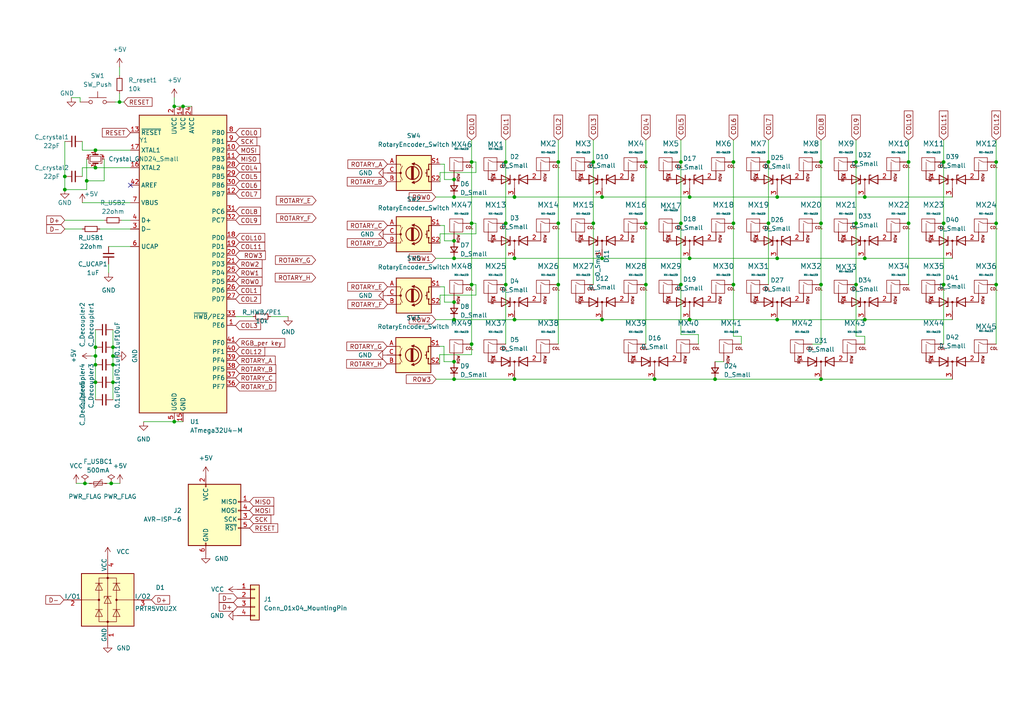
<source format=kicad_sch>
(kicad_sch (version 20211123) (generator eeschema)
  (paper "A4")
  (junction (at 200.025 74.93))
  (junction (at 522.859 69.85))
  (junction (at 344.551 52.07))
  (junction (at 360.807 129.032))
  (junction (at 344.678 46.863))
  (junction (at 426.847 46.863))
  (junction (at 403.225 69.85))
  (junction (at 401.701 120.015))
  (junction (at 288.925 82.55))
  (junction (at 225.425 92.71))
  (junction (at 382.905 92.71))
  (junction (at 403.225 74.93))
  (junction (at 383.032 26.543))
  (junction (at 263.525 64.77))
  (junction (at 344.551 69.85))
  (junction (at 431.927 120.015))
  (junction (at 288.925 46.99))
  (junction (at 432.181 74.93))
  (junction (at 238.125 109.982))
  (junction (at 200.025 57.15))
  (junction (at 248.285 64.77))
  (junction (at 343.027 129.032))
  (junction (at 431.292 102.235))
  (junction (at 403.225 92.71))
  (junction (at 27.686 110.871))
  (junction (at 18.796 51.181))
  (junction (at 343.027 102.235))
  (junction (at 212.725 64.77))
  (junction (at 443.865 69.85))
  (junction (at 187.325 46.99))
  (junction (at 464.185 74.93))
  (junction (at 149.225 74.93))
  (junction (at 27.686 100.711))
  (junction (at 197.485 64.77))
  (junction (at 131.699 52.07))
  (junction (at 482.981 102.235))
  (junction (at 464.185 69.85))
  (junction (at 172.085 46.99))
  (junction (at 464.185 92.71))
  (junction (at 24.638 140.208))
  (junction (at 136.779 99.822))
  (junction (at 443.865 92.71))
  (junction (at 32.258 140.208))
  (junction (at 443.865 52.07))
  (junction (at 484.505 92.71))
  (junction (at 521.335 120.015))
  (junction (at 273.685 46.99))
  (junction (at 423.672 46.863))
  (junction (at 382.905 74.93))
  (junction (at 484.632 26.543))
  (junction (at 423.545 92.71))
  (junction (at 522.859 74.93))
  (junction (at 442.341 120.015))
  (junction (at 364.871 74.93))
  (junction (at 383.032 46.863))
  (junction (at 288.925 64.77))
  (junction (at 136.779 82.55))
  (junction (at 248.285 46.99))
  (junction (at 464.312 26.543))
  (junction (at 225.425 57.15))
  (junction (at 435.991 92.71))
  (junction (at 343.027 144.272))
  (junction (at 433.451 26.543))
  (junction (at 248.285 82.55))
  (junction (at 432.562 52.07))
  (junction (at 522.986 46.863))
  (junction (at 131.699 74.93))
  (junction (at 27.686 48.641))
  (junction (at 27.686 103.251))
  (junction (at 502.666 46.863))
  (junction (at 522.859 52.07))
  (junction (at 381.381 129.032))
  (junction (at 464.312 46.863))
  (junction (at 238.125 46.99))
  (junction (at 381.381 102.235))
  (junction (at 149.225 109.982))
  (junction (at 250.825 74.93))
  (junction (at 161.925 46.99))
  (junction (at 238.125 64.77))
  (junction (at 401.701 102.235))
  (junction (at 131.699 104.902))
  (junction (at 462.661 102.235))
  (junction (at 364.871 52.07))
  (junction (at 364.871 92.71))
  (junction (at 149.225 57.15))
  (junction (at 32.766 110.871))
  (junction (at 187.325 64.77))
  (junction (at 381.381 144.272))
  (junction (at 50.546 122.301))
  (junction (at 364.871 69.85))
  (junction (at 238.125 82.55))
  (junction (at 212.725 46.99))
  (junction (at 484.505 52.07))
  (junction (at 522.859 92.71))
  (junction (at 250.825 57.15))
  (junction (at 25.146 52.451))
  (junction (at 502.539 74.93))
  (junction (at 443.865 74.93))
  (junction (at 172.085 64.77))
  (junction (at 443.992 46.863))
  (junction (at 263.525 46.99))
  (junction (at 502.539 52.07))
  (junction (at 382.905 52.07))
  (junction (at 273.685 64.77))
  (junction (at 403.352 46.863))
  (junction (at 225.425 74.93))
  (junction (at 161.925 64.77))
  (junction (at 344.551 92.71))
  (junction (at 212.725 82.55))
  (junction (at 174.625 92.71))
  (junction (at 464.185 52.07))
  (junction (at 32.766 103.251))
  (junction (at 443.992 26.543))
  (junction (at 146.685 46.99))
  (junction (at 207.391 109.982))
  (junction (at 32.766 100.711))
  (junction (at 131.699 69.85))
  (junction (at 189.865 109.982))
  (junction (at 403.352 26.543))
  (junction (at 161.925 82.55))
  (junction (at 131.699 92.71))
  (junction (at 27.686 43.561))
  (junction (at 364.998 26.543))
  (junction (at 200.025 92.71))
  (junction (at 50.546 30.861))
  (junction (at 502.539 92.71))
  (junction (at 522.986 26.543))
  (junction (at 250.825 92.71))
  (junction (at 442.341 102.235))
  (junction (at 435.61 69.85))
  (junction (at 502.666 26.543))
  (junction (at 18.796 54.991))
  (junction (at 174.625 57.15))
  (junction (at 423.672 26.543))
  (junction (at 344.551 74.93))
  (junction (at 502.539 69.85))
  (junction (at 131.699 87.63))
  (junction (at 343.027 120.015))
  (junction (at 197.485 46.99))
  (junction (at 174.625 74.93))
  (junction (at 382.905 69.85))
  (junction (at 361.95 144.272))
  (junction (at 364.998 46.863))
  (junction (at 136.779 46.99))
  (junction (at 462.661 120.015))
  (junction (at 222.885 46.99))
  (junction (at 131.699 109.982))
  (junction (at 381.381 120.015))
  (junction (at 146.685 64.77))
  (junction (at 146.685 82.55))
  (junction (at 423.545 74.93))
  (junction (at 484.505 69.85))
  (junction (at 482.981 120.015))
  (junction (at 131.699 57.15))
  (junction (at 423.545 69.85))
  (junction (at 32.766 105.791))
  (junction (at 403.225 52.07))
  (junction (at 27.686 105.791))
  (junction (at 34.671 29.591))
  (junction (at 197.485 82.55))
  (junction (at 53.086 30.861))
  (junction (at 273.685 82.55))
  (junction (at 484.505 74.93))
  (junction (at 484.632 46.863))
  (junction (at 187.325 82.55))
  (junction (at 149.225 92.71))
  (junction (at 423.545 52.07))
  (junction (at 521.335 102.235))
  (junction (at 344.678 26.543))
  (junction (at 222.885 64.77))
  (junction (at 136.779 64.77))
  (no_connect (at 37.846 53.721))
  (wire (pts (xy 20.701 28.321) (xy 23.241 28.321)))
  (wire (pts (xy 344.678 46.863) (xy 364.998 46.863)))
  (wire (pts (xy 23.876 48.641) (xy 27.686 48.641)))
  (wire (pts (xy 135.255 109.982) (xy 149.225 109.982)))
  (wire (pts (xy 50.546 28.321) (xy 50.546 30.861)))
  (wire (pts (xy 541.655 120.015) (xy 521.335 120.015)))
  (wire (pts (xy 443.865 67.31) (xy 443.865 69.85)))
  (wire (pts (xy 443.992 29.083) (xy 443.992 26.543)))
  (wire (pts (xy 484.632 26.543) (xy 484.632 29.083)))
  (wire (pts (xy 513.715 109.855) (xy 490.601 109.855)))
  (wire (pts (xy 128.905 65.405) (xy 128.905 69.85)))
  (wire (pts (xy 222.885 46.99) (xy 222.885 64.77)))
  (wire (pts (xy 324.358 26.543) (xy 344.678 26.543)))
  (wire (pts (xy 403.352 46.863) (xy 423.672 46.863)))
  (wire (pts (xy 502.539 67.31) (xy 502.539 69.85)))
  (wire (pts (xy 381.381 117.475) (xy 381.381 120.015)))
  (wire (pts (xy 375.285 59.69) (xy 372.491 59.69)))
  (wire (pts (xy 335.407 109.855) (xy 330.327 109.855)))
  (wire (pts (xy 33.401 29.591) (xy 34.671 29.591)))
  (wire (pts (xy 381.381 129.032) (xy 401.701 129.032)))
  (wire (pts (xy 50.546 122.301) (xy 53.086 122.301)))
  (wire (pts (xy 502.666 44.323) (xy 502.666 46.863)))
  (wire (pts (xy 530.606 36.703) (xy 535.686 36.703)))
  (wire (pts (xy 442.341 120.015) (xy 442.341 117.475)))
  (wire (pts (xy 324.231 90.17) (xy 324.231 92.71)))
  (wire (pts (xy 127.635 52.705) (xy 127.635 50.038)))
  (wire (pts (xy 403.225 92.71) (xy 423.545 92.71)))
  (wire (pts (xy 197.485 64.77) (xy 197.485 82.55)))
  (wire (pts (xy 127.508 105.537) (xy 127.508 102.87)))
  (wire (pts (xy 361.95 144.272) (xy 343.027 144.272)))
  (wire (pts (xy 435.991 92.71) (xy 443.865 92.71)))
  (wire (pts (xy 510.159 82.55) (xy 515.239 82.55)))
  (wire (pts (xy 471.932 36.703) (xy 477.012 36.703)))
  (wire (pts (xy 464.312 26.543) (xy 484.632 26.543)))
  (wire (pts (xy 482.981 120.015) (xy 462.661 120.015)))
  (wire (pts (xy 364.871 74.93) (xy 344.551 74.93)))
  (wire (pts (xy 131.699 69.85) (xy 128.905 69.85)))
  (wire (pts (xy 395.605 59.69) (xy 390.525 59.69)))
  (wire (pts (xy 401.701 117.475) (xy 401.701 120.015)))
  (wire (pts (xy 131.699 92.71) (xy 149.225 92.71)))
  (wire (pts (xy 78.486 91.821) (xy 83.566 91.821)))
  (wire (pts (xy 315.087 59.69) (xy 315.087 82.55)))
  (wire (pts (xy 443.992 46.863) (xy 464.312 46.863)))
  (wire (pts (xy 549.275 109.855) (xy 553.72 109.855)))
  (wire (pts (xy 288.925 40.64) (xy 288.925 46.99)))
  (wire (pts (xy 25.146 52.451) (xy 30.226 52.451)))
  (wire (pts (xy 34.671 27.051) (xy 34.671 29.591)))
  (wire (pts (xy 250.825 74.93) (xy 276.225 74.93)))
  (wire (pts (xy 357.251 59.69) (xy 352.171 59.69)))
  (wire (pts (xy 136.779 82.55) (xy 136.779 99.822)))
  (wire (pts (xy 238.125 64.77) (xy 238.125 82.55)))
  (wire (pts (xy 344.551 52.07) (xy 364.871 52.07)))
  (wire (pts (xy 410.972 36.703) (xy 416.052 36.703)))
  (wire (pts (xy 288.925 82.55) (xy 288.925 99.822)))
  (wire (pts (xy 522.986 44.323) (xy 522.986 46.863)))
  (wire (pts (xy 443.865 74.93) (xy 432.181 74.93)))
  (wire (pts (xy 127.635 47.625) (xy 128.905 47.625)))
  (wire (pts (xy 30.988 140.208) (xy 32.258 140.208)))
  (wire (pts (xy 423.545 92.71) (xy 423.545 90.17)))
  (wire (pts (xy 215.011 97.536) (xy 215.011 99.822)))
  (wire (pts (xy 415.925 59.69) (xy 410.845 59.69)))
  (wire (pts (xy 222.885 64.77) (xy 222.885 82.55)))
  (wire (pts (xy 189.865 109.982) (xy 207.391 109.982)))
  (wire (pts (xy 383.032 26.543) (xy 403.352 26.543)))
  (wire (pts (xy 68.326 91.821) (xy 73.406 91.821)))
  (wire (pts (xy 382.905 52.07) (xy 403.225 52.07)))
  (wire (pts (xy 127.635 88.265) (xy 127.635 85.598)))
  (wire (pts (xy 32.766 100.711) (xy 32.766 95.631)))
  (wire (pts (xy 32.766 103.251) (xy 32.766 100.711)))
  (wire (pts (xy 32.766 105.791) (xy 32.766 103.251)))
  (wire (pts (xy 161.925 40.64) (xy 161.925 46.99)))
  (wire (pts (xy 324.358 44.323) (xy 324.358 46.863)))
  (wire (pts (xy 382.905 67.31) (xy 382.905 69.85)))
  (wire (pts (xy 23.241 29.591) (xy 23.241 28.321)))
  (wire (pts (xy 32.258 140.208) (xy 34.798 140.208)))
  (wire (pts (xy 174.625 74.93) (xy 200.025 74.93)))
  (wire (pts (xy 136.779 102.87) (xy 136.779 99.822)))
  (wire (pts (xy 432.181 74.93) (xy 423.545 74.93)))
  (wire (pts (xy 410.845 82.55) (xy 415.925 82.55)))
  (wire (pts (xy 273.685 40.64) (xy 273.685 46.99)))
  (wire (pts (xy 423.672 26.543) (xy 423.672 29.083)))
  (wire (pts (xy 553.593 36.703) (xy 553.593 59.69)))
  (wire (pts (xy 197.485 97.028) (xy 202.565 97.028)))
  (wire (pts (xy 41.656 122.301) (xy 50.546 122.301)))
  (wire (pts (xy 146.685 40.64) (xy 146.685 46.99)))
  (wire (pts (xy 248.285 40.64) (xy 248.285 46.99)))
  (wire (pts (xy 187.325 46.99) (xy 187.325 64.77)))
  (wire (pts (xy 510.286 36.703) (xy 515.366 36.703)))
  (wire (pts (xy 464.185 52.07) (xy 484.505 52.07)))
  (wire (pts (xy 522.859 74.93) (xy 502.539 74.93)))
  (wire (pts (xy 172.085 40.64) (xy 172.085 46.99)))
  (wire (pts (xy 146.685 46.99) (xy 146.685 64.77)))
  (wire (pts (xy 484.505 92.71) (xy 502.539 92.71)))
  (wire (pts (xy 27.686 103.251) (xy 27.686 100.711)))
  (wire (pts (xy 263.525 40.64) (xy 263.525 46.99)))
  (wire (pts (xy 225.425 57.15) (xy 250.825 57.15)))
  (wire (pts (xy 382.905 92.71) (xy 403.225 92.71)))
  (wire (pts (xy 53.086 30.861) (xy 55.626 30.861)))
  (wire (pts (xy 530.479 82.55) (xy 535.559 82.55)))
  (wire (pts (xy 127.508 102.87) (xy 136.779 102.87)))
  (wire (pts (xy 18.796 41.021) (xy 18.796 51.181)))
  (wire (pts (xy 389.001 136.652) (xy 394.081 136.652)))
  (wire (pts (xy 126.365 74.93) (xy 131.699 74.93)))
  (wire (pts (xy 128.905 83.185) (xy 128.905 87.63)))
  (wire (pts (xy 381.381 144.272) (xy 361.95 144.272)))
  (wire (pts (xy 455.041 109.855) (xy 449.961 109.855)))
  (wire (pts (xy 248.285 64.77) (xy 248.285 82.55)))
  (wire (pts (xy 443.865 52.07) (xy 464.185 52.07)))
  (wire (pts (xy 31.496 76.581) (xy 31.496 79.121)))
  (wire (pts (xy 288.925 64.77) (xy 288.925 82.55)))
  (wire (pts (xy 136.779 40.64) (xy 136.779 46.99)))
  (wire (pts (xy 200.025 74.93) (xy 225.425 74.93)))
  (wire (pts (xy 187.325 82.55) (xy 187.325 99.822)))
  (wire (pts (xy 502.539 92.71) (xy 522.859 92.71)))
  (wire (pts (xy 263.525 64.77) (xy 263.525 82.55)))
  (wire (pts (xy 250.825 92.71) (xy 276.225 92.71)))
  (wire (pts (xy 187.325 40.64) (xy 187.325 46.99)))
  (wire (pts (xy 127.635 70.485) (xy 127.635 67.818)))
  (wire (pts (xy 32.766 103.251) (xy 34.036 103.251)))
  (wire (pts (xy 515.239 59.69) (xy 510.159 59.69)))
  (wire (pts (xy 128.905 47.625) (xy 128.905 52.07)))
  (wire (pts (xy 553.593 59.69) (xy 550.799 59.69)))
  (wire (pts (xy 27.686 100.711) (xy 27.686 95.631)))
  (wire (pts (xy 25.146 46.101) (xy 25.146 52.451)))
  (wire (pts (xy 423.672 26.543) (xy 433.451 26.543)))
  (wire (pts (xy 403.352 44.323) (xy 403.352 46.863)))
  (wire (pts (xy 381.381 120.015) (xy 343.027 120.015)))
  (wire (pts (xy 484.505 74.93) (xy 464.185 74.93)))
  (wire (pts (xy 443.865 69.85) (xy 464.185 69.85)))
  (wire (pts (xy 403.225 67.31) (xy 403.225 69.85)))
  (wire (pts (xy 372.491 82.55) (xy 375.285 82.55)))
  (wire (pts (xy 324.358 46.863) (xy 344.678 46.863)))
  (wire (pts (xy 464.185 92.71) (xy 484.505 92.71)))
  (wire (pts (xy 250.825 97.536) (xy 250.825 99.822)))
  (wire (pts (xy 443.992 26.543) (xy 464.312 26.543)))
  (wire (pts (xy 149.225 74.93) (xy 174.625 74.93)))
  (wire (pts (xy 28.956 66.421) (xy 37.846 66.421)))
  (wire (pts (xy 494.919 59.69) (xy 492.125 59.69)))
  (wire (pts (xy 126.365 57.15) (xy 131.699 57.15)))
  (wire (pts (xy 521.335 102.235) (xy 482.981 102.235)))
  (wire (pts (xy 344.678 26.543) (xy 364.998 26.543)))
  (wire (pts (xy 502.666 46.863) (xy 522.986 46.863)))
  (wire (pts (xy 541.655 102.235) (xy 521.335 102.235)))
  (wire (pts (xy 225.425 92.71) (xy 250.825 92.71)))
  (wire (pts (xy 390.525 82.55) (xy 395.605 82.55)))
  (wire (pts (xy 521.335 117.475) (xy 521.335 120.015)))
  (wire (pts (xy 127.635 50.038) (xy 138.049 50.038)))
  (wire (pts (xy 344.551 67.31) (xy 344.551 69.85)))
  (wire (pts (xy 324.358 29.083) (xy 324.358 26.543)))
  (wire (pts (xy 161.925 82.55) (xy 161.925 99.822)))
  (wire (pts (xy 352.298 36.703) (xy 357.378 36.703)))
  (wire (pts (xy 18.796 51.181) (xy 18.796 54.991)))
  (wire (pts (xy 534.035 109.855) (xy 528.955 109.855)))
  (wire (pts (xy 433.451 26.543) (xy 443.992 26.543)))
  (wire (pts (xy 464.312 26.543) (xy 464.312 29.083)))
  (wire (pts (xy 502.539 90.17) (xy 502.539 92.71)))
  (wire (pts (xy 273.685 46.99) (xy 273.685 64.77)))
  (wire (pts (xy 382.905 90.17) (xy 382.905 92.71)))
  (wire (pts (xy 26.416 103.251) (xy 27.686 103.251)))
  (wire (pts (xy 207.391 104.902) (xy 209.931 104.902)))
  (wire (pts (xy 174.625 57.15) (xy 200.025 57.15)))
  (wire (pts (xy 492.252 36.703) (xy 495.046 36.703)))
  (wire (pts (xy 32.766 110.871) (xy 32.766 105.791)))
  (wire (pts (xy 127.635 65.405) (xy 128.905 65.405)))
  (wire (pts (xy 442.341 102.235) (xy 431.292 102.235)))
  (wire (pts (xy 502.539 52.07) (xy 522.859 52.07)))
  (wire (pts (xy 202.565 97.028) (xy 202.565 99.822)))
  (wire (pts (xy 431.292 102.235) (xy 401.701 102.235)))
  (wire (pts (xy 535.559 59.69) (xy 530.479 59.69)))
  (wire (pts (xy 50.546 30.861) (xy 53.086 30.861)))
  (wire (pts (xy 138.049 50.038) (xy 138.049 46.99)))
  (wire (pts (xy 364.871 69.85) (xy 382.905 69.85)))
  (wire (pts (xy 522.859 67.31) (xy 522.859 69.85)))
  (wire (pts (xy 212.725 82.55) (xy 212.725 97.536)))
  (wire (pts (xy 344.678 26.543) (xy 344.678 29.083)))
  (wire (pts (xy 423.545 69.85) (xy 435.61 69.85)))
  (wire (pts (xy 541.655 117.475) (xy 541.655 120.015)))
  (wire (pts (xy 331.851 82.55) (xy 336.931 82.55)))
  (wire (pts (xy 464.312 44.323) (xy 464.312 46.863)))
  (wire (pts (xy 131.699 109.982) (xy 135.128 109.982)))
  (wire (pts (xy 522.986 26.543) (xy 543.306 26.543)))
  (wire (pts (xy 131.699 87.63) (xy 128.905 87.63)))
  (wire (pts (xy 364.871 90.17) (xy 364.871 92.71)))
  (wire (pts (xy 34.671 19.431) (xy 34.671 21.971)))
  (wire (pts (xy 484.505 69.85) (xy 502.539 69.85)))
  (wire (pts (xy 462.661 117.475) (xy 462.661 120.015)))
  (wire (pts (xy 126.365 92.71) (xy 131.699 92.71)))
  (wire (pts (xy 350.647 136.652) (xy 373.761 136.652)))
  (wire (pts (xy 263.525 46.99) (xy 263.525 64.77)))
  (wire (pts (xy 364.871 67.31) (xy 364.871 69.85)))
  (wire (pts (xy 136.779 46.99) (xy 136.779 64.77)))
  (wire (pts (xy 484.505 90.17) (xy 484.505 92.71)))
  (wire (pts (xy 238.125 82.55) (xy 238.125 99.822)))
  (wire (pts (xy 403.225 69.85) (xy 423.545 69.85)))
  (wire (pts (xy 364.998 26.543) (xy 383.032 26.543)))
  (wire (pts (xy 443.865 92.71) (xy 464.185 92.71)))
  (wire (pts (xy 401.701 120.015) (xy 381.381 120.015)))
  (wire (pts (xy 315.087 82.55) (xy 316.611 82.55)))
  (wire (pts (xy 492.125 82.55) (xy 494.919 82.55)))
  (wire (pts (xy 423.672 46.863) (xy 426.847 46.863)))
  (wire (pts (xy 464.185 69.85) (xy 484.505 69.85)))
  (wire (pts (xy 322.707 120.015) (xy 322.707 117.475)))
  (wire (pts (xy 136.779 64.77) (xy 136.779 82.55)))
  (wire (pts (xy 372.618 36.703) (xy 375.412 36.703)))
  (wire (pts (xy 484.632 26.543) (xy 502.666 26.543)))
  (wire (pts (xy 322.707 129.032) (xy 343.027 129.032)))
  (wire (pts (xy 502.666 26.543) (xy 522.986 26.543)))
  (wire (pts (xy 442.341 120.015) (xy 431.927 120.015)))
  (wire (pts (xy 138.049 67.818) (xy 138.049 64.77)))
  (wire (pts (xy 451.612 36.703) (xy 456.692 36.703)))
  (wire (pts (xy 324.231 69.85) (xy 344.551 69.85)))
  (wire (pts (xy 543.306 26.543) (xy 543.306 29.083)))
  (wire (pts (xy 403.225 52.07) (xy 423.545 52.07)))
  (wire (pts (xy 138.049 82.55) (xy 136.779 82.55)))
  (wire (pts (xy 436.245 59.69) (xy 431.165 59.69)))
  (wire (pts (xy 161.925 64.77) (xy 161.925 82.55)))
  (wire (pts (xy 32.766 115.951) (xy 32.766 110.871)))
  (wire (pts (xy 172.085 64.77) (xy 172.085 82.55)))
  (wire (pts (xy 476.885 59.69) (xy 471.805 59.69)))
  (wire (pts (xy 344.678 44.323) (xy 344.678 46.863)))
  (wire (pts (xy 344.551 74.93) (xy 324.231 74.93)))
  (wire (pts (xy 344.551 90.17) (xy 344.551 92.71)))
  (wire (pts (xy 315.087 109.855) (xy 315.087 136.652)))
  (wire (pts (xy 138.049 64.77) (xy 136.779 64.77)))
  (wire (pts (xy 401.701 102.235) (xy 381.381 102.235)))
  (wire (pts (xy 462.661 102.235) (xy 442.341 102.235)))
  (wire (pts (xy 248.285 97.536) (xy 250.825 97.536)))
  (wire (pts (xy 161.925 46.99) (xy 161.925 64.77)))
  (wire (pts (xy 553.72 82.55) (xy 553.72 109.855)))
  (wire (pts (xy 128.778 104.902) (xy 131.699 104.902)))
  (wire (pts (xy 222.885 40.64) (xy 222.885 46.99)))
  (wire (pts (xy 502.539 69.85) (xy 522.859 69.85)))
  (wire (pts (xy 212.725 64.77) (xy 212.725 82.55)))
  (wire (pts (xy 331.978 36.703) (xy 337.058 36.703)))
  (wire (pts (xy 471.805 82.55) (xy 476.885 82.55)))
  (wire (pts (xy 484.505 52.07) (xy 502.539 52.07)))
  (wire (pts (xy 197.485 46.99) (xy 197.485 64.77)))
  (wire (pts (xy 464.185 90.17) (xy 464.185 92.71)))
  (wire (pts (xy 382.905 69.85) (xy 403.225 69.85)))
  (wire (pts (xy 315.087 59.69) (xy 316.611 59.69)))
  (wire (pts (xy 238.125 40.64) (xy 238.125 46.99)))
  (wire (pts (xy 127.635 85.598) (xy 138.049 85.598)))
  (wire (pts (xy 435.61 69.85) (xy 443.865 69.85)))
  (wire (pts (xy 373.761 109.855) (xy 350.647 109.855)))
  (wire (pts (xy 484.632 44.323) (xy 484.632 46.863)))
  (wire (pts (xy 432.562 52.07) (xy 443.865 52.07)))
  (wire (pts (xy 330.327 136.652) (xy 335.407 136.652)))
  (wire (pts (xy 423.545 92.71) (xy 435.991 92.71)))
  (wire (pts (xy 131.699 52.07) (xy 128.905 52.07)))
  (wire (pts (xy 324.231 92.71) (xy 344.551 92.71)))
  (wire (pts (xy 360.807 129.032) (xy 381.381 129.032)))
  (wire (pts (xy 200.025 57.15) (xy 225.425 57.15)))
  (wire (pts (xy 521.335 120.015) (xy 482.981 120.015)))
  (wire (pts (xy 35.306 63.881) (xy 37.846 63.881)))
  (wire (pts (xy 364.871 92.71) (xy 382.905 92.71)))
  (wire (pts (xy 197.485 82.55) (xy 197.485 97.028)))
  (wire (pts (xy 522.859 90.17) (xy 522.859 92.71)))
  (wire (pts (xy 146.685 82.55) (xy 146.685 99.822)))
  (wire (pts (xy 462.661 120.015) (xy 442.341 120.015)))
  (wire (pts (xy 27.686 115.951) (xy 27.686 110.871)))
  (wire (pts (xy 200.025 92.71) (xy 225.425 92.71)))
  (wire (pts (xy 484.505 67.31) (xy 484.505 69.85)))
  (wire (pts (xy 27.686 48.641) (xy 37.846 48.641)))
  (wire (pts (xy 138.049 85.598) (xy 138.049 82.55)))
  (wire (pts (xy 364.998 44.323) (xy 364.998 46.863)))
  (wire (pts (xy 18.796 54.991) (xy 25.146 54.991)))
  (wire (pts (xy 212.725 46.99) (xy 212.725 64.77)))
  (wire (pts (xy 522.859 92.71) (xy 543.179 92.71)))
  (wire (pts (xy 431.927 120.015) (xy 401.701 120.015)))
  (wire (pts (xy 128.778 100.457) (xy 128.778 104.902)))
  (wire (pts (xy 403.225 90.17) (xy 403.225 92.71)))
  (wire (pts (xy 174.625 92.71) (xy 200.025 92.71)))
  (wire (pts (xy 464.185 67.31) (xy 464.185 69.85)))
  (wire (pts (xy 364.871 52.07) (xy 382.905 52.07)))
  (wire (pts (xy 126.492 109.982) (xy 131.699 109.982)))
  (wire (pts (xy 127.635 67.818) (xy 138.049 67.818)))
  (wire (pts (xy 550.926 36.703) (xy 553.593 36.703)))
  (wire (pts (xy 464.312 46.863) (xy 484.632 46.863)))
  (wire (pts (xy 364.998 26.543) (xy 364.998 29.083)))
  (wire (pts (xy 149.225 57.15) (xy 174.625 57.15)))
  (wire (pts (xy 23.876 58.801) (xy 37.846 58.801)))
  (wire (pts (xy 543.306 46.863) (xy 543.306 44.323)))
  (wire (pts (xy 434.721 109.855) (xy 409.321 109.855)))
  (wire (pts (xy 390.652 36.703) (xy 395.732 36.703)))
  (wire (pts (xy 238.125 109.982) (xy 276.225 109.982)))
  (wire (pts (xy 403.352 26.543) (xy 403.352 29.083)))
  (wire (pts (xy 403.352 26.543) (xy 423.672 26.543)))
  (wire (pts (xy 18.796 63.881) (xy 30.226 63.881)))
  (wire (pts (xy 273.685 64.77) (xy 273.685 82.55)))
  (wire (pts (xy 22.098 140.208) (xy 24.638 140.208)))
  (wire (pts (xy 343.027 120.015) (xy 322.707 120.015)))
  (wire (pts (xy 131.699 74.93) (xy 149.225 74.93)))
  (wire (pts (xy 522.859 52.07) (xy 543.179 52.07)))
  (wire (pts (xy 127.508 100.457) (xy 128.778 100.457)))
  (wire (pts (xy 235.585 99.822) (xy 238.125 99.822)))
  (wire (pts (xy 30.226 52.451) (xy 30.226 46.101)))
  (wire (pts (xy 187.325 64.77) (xy 187.325 82.55)))
  (wire (pts (xy 131.699 57.15) (xy 149.225 57.15)))
  (wire (pts (xy 456.565 59.69) (xy 451.485 59.69)))
  (wire (pts (xy 31.496 71.501) (xy 37.846 71.501)))
  (wire (pts (xy 343.027 129.032) (xy 360.807 129.032)))
  (wire (pts (xy 212.725 97.536) (xy 215.011 97.536)))
  (wire (pts (xy 344.551 92.71) (xy 364.871 92.71)))
  (wire (pts (xy 423.545 52.07) (xy 432.562 52.07)))
  (wire (pts (xy 27.686 110.871) (xy 27.686 105.791)))
  (wire (pts (xy 250.825 57.15) (xy 276.225 57.15)))
  (wire (pts (xy 423.545 74.93) (xy 403.225 74.93)))
  (wire (pts (xy 403.225 74.93) (xy 382.905 74.93)))
  (wire (pts (xy 464.185 74.93) (xy 443.865 74.93)))
  (wire (pts (xy 27.686 105.791) (xy 27.686 103.251)))
  (wire (pts (xy 197.485 40.64) (xy 197.485 46.99)))
  (wire (pts (xy 336.931 59.69) (xy 331.851 59.69)))
  (wire (pts (xy 324.231 67.31) (xy 324.231 69.85)))
  (wire (pts (xy 426.847 46.863) (xy 443.992 46.863)))
  (wire (pts (xy 146.685 64.77) (xy 146.685 82.55)))
  (wire (pts (xy 401.701 144.272) (xy 381.381 144.272)))
  (wire (pts (xy 423.672 46.863) (xy 423.672 44.323)))
  (wire (pts (xy 207.391 109.982) (xy 238.125 109.982)))
  (wire (pts (xy 502.539 74.93) (xy 484.505 74.93)))
  (wire (pts (xy 550.799 82.55) (xy 553.72 82.55)))
  (wire (pts (xy 543.179 69.85) (xy 543.179 67.31)))
  (wire (pts (xy 225.425 74.93) (xy 250.825 74.93)))
  (wire (pts (xy 443.865 90.17) (xy 443.865 92.71)))
  (wire (pts (xy 288.925 46.99) (xy 288.925 64.77)))
  (wire (pts (xy 238.125 46.99) (xy 238.125 64.77)))
  (wire (pts (xy 383.032 26.543) (xy 383.032 29.083)))
  (wire (pts (xy 394.081 109.855) (xy 389.001 109.855)))
  (wire (pts (xy 212.725 40.64) (xy 212.725 46.99)))
  (wire (pts (xy 522.859 69.85) (xy 543.179 69.85)))
  (wire (pts (xy 431.165 82.55) (xy 436.245 82.55)))
  (wire (pts (xy 443.992 44.323) (xy 443.992 46.863)))
  (wire (pts (xy 18.796 66.421) (xy 23.876 66.421)))
  (wire (pts (xy 383.032 44.323) (xy 383.032 46.863)))
  (wire (pts (xy 522.986 46.863) (xy 543.306 46.863)))
  (wire (pts (xy 343.027 117.475) (xy 343.027 120.015)))
  (wire (pts (xy 343.027 144.272) (xy 322.707 144.272)))
  (wire (pts (xy 431.292 36.703) (xy 436.372 36.703)))
  (wire (pts (xy 484.632 46.863) (xy 502.666 46.863)))
  (wire (pts (xy 543.179 92.71) (xy 543.179 90.17)))
  (wire (pts (xy 25.146 52.451) (xy 25.146 54.991)))
  (wire (pts (xy 352.171 82.55) (xy 357.251 82.55)))
  (wire (pts (xy 172.085 46.99) (xy 172.085 64.77)))
  (wire (pts (xy 27.686 43.561) (xy 37.846 43.561)))
  (wire (pts (xy 343.027 102.235) (xy 322.707 102.235)))
  (wire (pts (xy 324.231 52.07) (xy 344.551 52.07)))
  (wire (pts (xy 127.635 83.185) (xy 128.905 83.185)))
  (wire (pts (xy 543.179 74.93) (xy 522.859 74.93)))
  (wire (pts (xy 423.545 69.85) (xy 423.545 67.31)))
  (wire (pts (xy 482.981 117.475) (xy 482.981 120.015)))
  (wire (pts (xy 364.998 46.863) (xy 383.032 46.863)))
  (wire (pts (xy 34.671 29.591) (xy 35.941 29.591)))
  (wire (pts (xy 23.876 51.181) (xy 23.876 48.641)))
  (wire (pts (xy 138.049 46.99) (xy 136.779 46.99)))
  (wire (pts (xy 502.666 26.543) (xy 502.666 29.083)))
  (wire (pts (xy 381.381 102.235) (xy 343.027 102.235)))
  (wire (pts (xy 273.685 99.822) (xy 273.685 82.55)))
  (wire (pts (xy 149.225 92.71) (xy 174.625 92.71)))
  (wire (pts (xy 23.876 43.561) (xy 27.686 43.561)))
  (wire (pts (xy 248.285 97.536) (xy 248.285 82.55)))
  (wire (pts (xy 248.285 46.99) (xy 248.285 64.77)))
  (wire (pts (xy 482.981 102.235) (xy 462.661 102.235)))
  (wire (pts (xy 383.032 46.863) (xy 403.352 46.863)))
  (wire (pts (xy 24.638 140.208) (xy 25.908 140.208)))
  (wire (pts (xy 522.986 26.543) (xy 522.986 29.083)))
  (wire (pts (xy 451.485 82.55) (xy 456.565 82.55)))
  (wire (pts (xy 344.551 69.85) (xy 364.871 69.85)))
  (wire (pts (xy 475.361 109.855) (xy 470.281 109.855)))
  (wire (pts (xy 149.225 109.982) (xy 189.865 109.982)))
  (wire (pts (xy 23.876 41.021) (xy 23.876 43.561)))
  (wire (pts (xy 382.905 74.93) (xy 364.871 74.93)))
  (global_label "ROTARY_C" (shape input) (at 68.326 109.601 0) (property "Intersheet References" "${INTERSHEET_REFS}" (effects hide)))
  (global_label "ROTARY_A" (shape input) (at 68.326 104.521 0) (property "Intersheet References" "${INTERSHEET_REFS}" (effects hide)))
  (global_label "COL11" (shape input) (at 68.326 71.501 0) (property "Intersheet References" "${INTERSHEET_REFS}" (effects hide)))
  (global_label "ROTARY_B" (shape input) (at 68.326 107.061 0) (property "Intersheet References" "${INTERSHEET_REFS}" (effects hide)))
  (global_label "COL7" (shape input) (at 68.326 56.261 0) (property "Intersheet References" "${INTERSHEET_REFS}" (effects hide)))
  (global_label "ROW1" (shape input) (at 68.326 79.121 0) (property "Intersheet References" "${INTERSHEET_REFS}" (effects hide)))
  (global_label "D+" (shape input) (at 18.796 63.881 180) (property "Intersheet References" "${INTERSHEET_REFS}" (effects hide)))
  (global_label "D-" (shape input) (at 18.796 66.421 180) (property "Intersheet References" "${INTERSHEET_REFS}" (effects hide)))
  (global_label "ROTARY_H" (shape input) (at 112.268 105.537 180) (property "Intersheet References" "${INTERSHEET_REFS}" (effects hide)))
  (global_label "SCK" (shape input) (at 68.326 41.021 0) (property "Intersheet References" "${INTERSHEET_REFS}" (effects hide)))
  (global_label "ROTARY_A" (shape input) (at 112.395 47.625 180) (property "Intersheet References" "${INTERSHEET_REFS}" (effects hide)))
  (global_label "COL10" (shape input) (at 263.525 40.64 90) (property "Intersheet References" "${INTERSHEET_REFS}" (effects hide)))
  (global_label "MISO" (shape input) (at 68.326 46.101 0) (property "Intersheet References" "${INTERSHEET_REFS}" (effects hide)))
  (global_label "ROTARY_D" (shape input) (at 68.326 112.141 0) (property "Intersheet References" "${INTERSHEET_REFS}" (effects hide)))
  (global_label "COL2" (shape input) (at 68.326 86.741 0) (property "Intersheet References" "${INTERSHEET_REFS}" (effects hide)))
  (global_label "COL4" (shape input) (at 187.325 40.64 90) (property "Intersheet References" "${INTERSHEET_REFS}" (effects hide)))
  (global_label "D-" (shape input) (at 18.542 173.99 180) (property "Intersheet References" "${INTERSHEET_REFS}" (effects hide)))
  (global_label "D+" (shape input) (at 43.942 173.99 0) (property "Intersheet References" "${INTERSHEET_REFS}" (effects hide)))
  (global_label "ROTARY_E" (shape input) (at 112.395 83.185 180) (property "Intersheet References" "${INTERSHEET_REFS}" (effects hide)))
  (global_label "ROTARY_E" (shape input) (at 91.694 58.166 180) (property "Intersheet References" "${INTERSHEET_REFS}" (effects hide)))
  (global_label "ROW1" (shape input) (at 126.365 74.93 180) (property "Intersheet References" "${INTERSHEET_REFS}" (effects hide)))
  (global_label "COL9" (shape input) (at 248.285 40.64 90) (property "Intersheet References" "${INTERSHEET_REFS}" (effects hide)))
  (global_label "COL2" (shape input) (at 161.925 40.64 90) (property "Intersheet References" "${INTERSHEET_REFS}" (effects hide)))
  (global_label " ROW3" (shape input) (at 126.492 109.982 180) (property "Intersheet References" "${INTERSHEET_REFS}" (effects hide)))
  (global_label "COL1" (shape input) (at 68.326 84.201 0) (property "Intersheet References" "${INTERSHEET_REFS}" (effects hide)))
  (global_label "COL10" (shape input) (at 68.326 68.961 0) (property "Intersheet References" "${INTERSHEET_REFS}" (effects hide)))
  (global_label "MOSI" (shape input) (at 72.39 148.082 0) (property "Intersheet References" "${INTERSHEET_REFS}" (effects hide)))
  (global_label "COL5" (shape input) (at 197.485 40.64 90) (property "Intersheet References" "${INTERSHEET_REFS}" (effects hide)))
  (global_label "RGB_per key" (shape input) (at 316.738 36.703 180) (property "Intersheet References" "${INTERSHEET_REFS}" (effects hide)))
  (global_label "ROTARY_G" (shape input) (at 91.567 75.438 180) (property "Intersheet References" "${INTERSHEET_REFS}" (effects hide)))
  (global_label " ROW3" (shape input) (at 68.326 74.041 0) (property "Intersheet References" "${INTERSHEET_REFS}" (effects hide)))
  (global_label "MISO" (shape input) (at 72.39 145.542 0) (property "Intersheet References" "${INTERSHEET_REFS}" (effects hide)))
  (global_label "COL0" (shape input) (at 68.326 38.481 0) (property "Intersheet References" "${INTERSHEET_REFS}" (effects hide)))
  (global_label "COL12" (shape input) (at 288.925 40.64 90) (property "Intersheet References" "${INTERSHEET_REFS}" (effects hide)))
  (global_label "RGB_per key" (shape input) (at 68.326 99.441 0) (property "Intersheet References" "${INTERSHEET_REFS}" (effects hide)))
  (global_label "RESET" (shape input) (at 35.941 29.591 0) (property "Intersheet References" "${INTERSHEET_REFS}" (effects hide)))
  (global_label "ROTARY_H" (shape input) (at 91.567 80.518 180) (property "Intersheet References" "${INTERSHEET_REFS}" (effects hide)))
  (global_label "COL6" (shape input) (at 68.326 53.721 0) (property "Intersheet References" "${INTERSHEET_REFS}" (effects hide)))
  (global_label "ROW0" (shape input) (at 126.365 57.15 180) (property "Intersheet References" "${INTERSHEET_REFS}" (effects hide)))
  (global_label "ROTARY_C" (shape input) (at 112.395 65.405 180) (property "Intersheet References" "${INTERSHEET_REFS}" (effects hide)))
  (global_label "ROW2" (shape input) (at 126.365 92.71 180) (property "Intersheet References" "${INTERSHEET_REFS}" (effects hide)))
  (global_label "ROTARY_B" (shape input) (at 112.395 52.705 180) (property "Intersheet References" "${INTERSHEET_REFS}" (effects hide)))
  (global_label "MOSI" (shape input) (at 68.326 43.561 0) (property "Intersheet References" "${INTERSHEET_REFS}" (effects hide)))
  (global_label "ROTARY_D" (shape input) (at 112.395 70.485 180) (property "Intersheet References" "${INTERSHEET_REFS}" (effects hide)))
  (global_label "ROTARY_F" (shape input) (at 91.694 63.246 180) (property "Intersheet References" "${INTERSHEET_REFS}" (effects hide)))
  (global_label "COL12" (shape input) (at 68.326 101.981 0) (property "Intersheet References" "${INTERSHEET_REFS}" (effects hide)))
  (global_label "ROW2" (shape input) (at 68.326 76.581 0) (property "Intersheet References" "${INTERSHEET_REFS}" (effects hide)))
  (global_label "COL8" (shape input) (at 68.326 61.341 0) (property "Intersheet References" "${INTERSHEET_REFS}" (effects hide)))
  (global_label "COL3" (shape input) (at 68.326 94.361 0) (property "Intersheet References" "${INTERSHEET_REFS}" (effects hide)))
  (global_label "COL9" (shape input) (at 68.326 63.881 0) (property "Intersheet References" "${INTERSHEET_REFS}" (effects hide)))
  (global_label "COL4" (shape input) (at 68.326 48.641 0) (property "Intersheet References" "${INTERSHEET_REFS}" (effects hide)))
  (global_label "ROTARY_F" (shape input) (at 112.395 88.265 180) (property "Intersheet References" "${INTERSHEET_REFS}" (effects hide)))
  (global_label "SCK" (shape input) (at 72.39 150.622 0) (property "Intersheet References" "${INTERSHEET_REFS}" (effects hide)))
  (global_label "COL11" (shape input) (at 273.685 40.64 90) (property "Intersheet References" "${INTERSHEET_REFS}" (effects hide)))
  (global_label "COL1" (shape input) (at 146.685 40.64 90) (property "Intersheet References" "${INTERSHEET_REFS}" (effects hide)))
  (global_label "COL3" (shape input) (at 172.085 40.64 90) (property "Intersheet References" "${INTERSHEET_REFS}" (effects hide)))
  (global_label "ROTARY_G" (shape input) (at 112.268 100.457 180) (property "Intersheet References" "${INTERSHEET_REFS}" (effects hide)))
  (global_label "COL6" (shape input) (at 212.725 40.64 90) (property "Intersheet References" "${INTERSHEET_REFS}" (effects hide)))
  (global_label "D+" (shape input) (at 68.834 176.022 180) (property "Intersheet References" "${INTERSHEET_REFS}" (effects hide)))
  (global_label "COL0" (shape input) (at 136.779 40.64 90) (property "Intersheet References" "${INTERSHEET_REFS}" (effects hide)))
  (global_label "RESET" (shape input) (at 37.846 38.481 180) (property "Intersheet References" "${INTERSHEET_REFS}" (effects hide)))
  (global_label "RESET" (shape input) (at 72.39 153.162 0) (property "Intersheet References" "${INTERSHEET_REFS}" (effects hide)))
  (global_label "ROW0" (shape input) (at 68.326 81.661 0) (property "Intersheet References" "${INTERSHEET_REFS}" (effects hide)))
  (global_label "COL5" (shape input) (at 68.326 51.181 0) (property "Intersheet References" "${INTERSHEET_REFS}" (effects hide)))
  (global_label "D-" (shape input) (at 68.834 173.482 180) (property "Intersheet References" "${INTERSHEET_REFS}" (effects hide)))
  (global_label "COL7" (shape input) (at 222.885 40.64 90) (property "Intersheet References" "${INTERSHEET_REFS}" (effects hide)))
  (global_label "COL8" (shape input) (at 238.125 40.64 90) (property "Intersheet References" "${INTERSHEET_REFS}" (effects hide)))
  (symbol (lib_id "crumpschemes:WS2812-2020") (at 381.381 109.855 0) (mirror y) (unit 1)
    (property "Reference" "Drgb40" (at 376.301 93.345 0))
    (property "Value" "WS2812-2020" (at 376.301 95.885 0))
    (property "Footprint" "CrumpPrints:WS2812-2020" (effects hide))
    (property "Datasheet" "http://www.peace-corp.co.jp/data/WS2812-2020_V1.0_EN.pdf" (effects hide))
  )
  (symbol (lib_id "MX_Alps_Hybrid:MX-NoLED") (at 269.875 101.092 0) (unit 1)
    (property "Reference" "MX44" (at 270.7606 93.726 0) (effects (font (size 1.524 1.524))))
    (property "Value" "MX-NoLED" (at 270.7606 96.266 0) (effects (font (size 0.508 0.508))))
    (property "Footprint" "MX_Only:MXOnly-1U-NoLED" (effects hide))
  )
  (symbol (lib_id "crumpschemes:WS2812-2020") (at 502.666 36.703 0) (unit 1)
    (property "Reference" "Drgb41" (at 495.046 20.193 0))
    (property "Value" "WS2812-2020" (at 495.046 22.733 0))
    (property "Footprint" "CrumpPrints:WS2812-2020" (effects hide))
    (property "Datasheet" "http://www.peace-corp.co.jp/data/WS2812-2020_V1.0_EN.pdf" (effects hide))
  )
  (symbol (lib_id "MX_Alps_Hybrid:MX-NoLED") (at 208.915 48.26 0) (unit 1)
    (property "Reference" "MX6" (at 209.8006 41.656 0) (effects (font (size 1.524 1.524))))
    (property "Value" "MX-NoLED" (at 209.8006 44.196 0) (effects (font (size 0.508 0.508))))
    (property "Footprint" "MX_Only:MXOnly-1U-NoLED" (effects hide))
  )
  (symbol (lib_id "MX_Alps_Hybrid:MX-NoLED") (at 211.201 101.092 0) (unit 1)
    (property "Reference" "MX41" (at 212.0866 93.726 0) (effects (font (size 1.524 1.524))))
    (property "Value" "MX-NoLED" (at 212.0866 96.266 0) (effects (font (size 0.508 0.508))))
    (property "Footprint" "MX_Only:MXOnly-7U-ReversedStabilizers-NoLED" (effects hide))
  )
  (symbol (lib_id "Device:D_Zener_Dual_CommonCathode_AAK") (at 225.425 87.63 0) (unit 1)
    (property "Reference" "D27" (at 225.425 81.28 0))
    (property "Value" "D_Small" (at 225.425 83.82 0))
    (property "Footprint" "Keebio-Parts:SOT-23" (effects hide))
  )
  (symbol (lib_id "MX_Alps_Hybrid:MX-NoLED") (at 158.115 48.26 0) (unit 1)
    (property "Reference" "MX2" (at 159.0006 41.656 0) (effects (font (size 1.524 1.524))))
    (property "Value" "MX-NoLED" (at 159.0006 44.196 0) (effects (font (size 0.508 0.508))))
    (property "Footprint" "MX_Only:MXOnly-1U-NoLED" (effects hide))
  )
  (symbol (lib_id "crumpschemes:WS2812-2020") (at 464.185 82.55 0) (unit 1)
    (property "Reference" "Drgb35" (at 466.725 60.96 0))
    (property "Value" "WS2812-2020" (at 466.725 63.5 0))
    (property "Footprint" "CrumpPrints:WS2812-2020" (effects hide))
    (property "Datasheet" "http://www.peace-corp.co.jp/data/WS2812-2020_V1.0_EN.pdf" (effects hide))
  )
  (symbol (lib_id "power:GND") (at 83.566 91.821 0) (unit 1)
    (property "Reference" "#PWR0113" (effects hide))
    (property "Value" "GND" (at 83.566 96.266 0))
  )
  (symbol (lib_id "MX_Alps_Hybrid:MX-NoLED") (at 158.115 83.82 0) (unit 1)
    (property "Reference" "MX26" (at 159.0006 77.216 0) (effects (font (size 1.524 1.524))))
    (property "Value" "MX-NoLED" (at 159.0006 79.756 0) (effects (font (size 0.508 0.508))))
    (property "Footprint" "MX_Only:MXOnly-1U-NoLED" (effects hide))
  )
  (symbol (lib_id "Device:D_Small") (at 207.391 107.442 90) (unit 1)
    (property "Reference" "D24" (at 209.931 106.1719 90) (effects (justify right)))
    (property "Value" "D_Small" (at 209.931 108.7119 90) (effects (justify right)))
    (property "Footprint" "Keebio-Parts:D_SOD123F" (effects hide))
  )
  (symbol (lib_id "crumpschemes:WS2812-2020") (at 344.551 59.69 0) (mirror y) (unit 1)
    (property "Reference" "Drgb45" (at 344.551 38.1 0))
    (property "Value" "WS2812-2020" (at 344.551 40.64 0))
    (property "Footprint" "CrumpPrints:WS2812-2020" (effects hide))
    (property "Datasheet" "http://www.peace-corp.co.jp/data/WS2812-2020_V1.0_EN.pdf" (effects hide))
  )
  (symbol (lib_id "power:GND") (at 34.036 103.251 90) (unit 1)
    (property "Reference" "#PWR0115" (effects hide))
    (property "Value" "GND" (at 39.116 103.251 0))
  )
  (symbol (lib_id "Device:C_Small") (at 31.496 74.041 0) (unit 1)
    (property "Reference" "C_UCAP1" (at 22.606 76.581 0) (effects (justify left)))
    (property "Value" "1uF" (at 25.146 79.121 0) (effects (justify left)))
    (property "Footprint" "Capacitor_SMD:C_0402_1005Metric" (effects hide))
  )
  (symbol (lib_id "MX_Alps_Hybrid:MX-NoLED") (at 183.515 48.26 0) (unit 1)
    (property "Reference" "MX4" (at 184.4006 41.656 0) (effects (font (size 1.524 1.524))))
    (property "Value" "MX-NoLED" (at 184.4006 44.196 0) (effects (font (size 0.508 0.508))))
    (property "Footprint" "MX_Only:MXOnly-1U-NoLED" (effects hide))
  )
  (symbol (lib_id "Device:C_Small") (at 30.226 110.871 90) (unit 1)
    (property "Reference" "C_Decoupler4" (at 23.876 118.491 0) (effects (justify left)))
    (property "Value" "0.1uF" (at 34.036 113.411 0) (effects (justify left)))
    (property "Footprint" "Capacitor_SMD:C_0402_1005Metric" (effects hide))
  )
  (symbol (lib_id "MX_Alps_Hybrid:MX-NoLED") (at 234.315 83.82 0) (unit 1)
    (property "Reference" "MX32" (at 235.2006 77.216 0) (effects (font (size 1.524 1.524))))
    (property "Value" "MX-NoLED" (at 235.2006 79.756 0) (effects (font (size 0.508 0.508))))
    (property "Footprint" "MX_Only:MXOnly-1U-NoLED" (effects hide))
  )
  (symbol (lib_id "power:GND") (at 435.61 69.85 0) (unit 1)
    (property "Reference" "#PWR0130" (effects hide))
    (property "Value" "GND" (at 435.61 74.93 0))
  )
  (symbol (lib_id "crumpschemes:WS2812-2020") (at 324.231 59.69 0) (mirror y) (unit 1)
    (property "Reference" "Drgb49" (at 319.151 43.18 0))
    (property "Value" "WS2812-2020" (at 319.151 45.72 0))
    (property "Footprint" "CrumpPrints:WS2812-2020" (effects hide))
    (property "Datasheet" "http://www.peace-corp.co.jp/data/WS2812-2020_V1.0_EN.pdf" (effects hide))
  )
  (symbol (lib_id "MX_Alps_Hybrid:MX-NoLED") (at 158.115 66.04 0) (unit 1)
    (property "Reference" "MX14" (at 159.0006 59.436 0) (effects (font (size 1.524 1.524))))
    (property "Value" "MX-NoLED" (at 159.0006 61.976 0) (effects (font (size 0.508 0.508))))
    (property "Footprint" "MX_Only:MXOnly-1U-NoLED" (effects hide))
  )
  (symbol (lib_id "Power_Protection:PRTR5V0U2X") (at 31.242 173.99 0) (unit 1)
    (property "Reference" "D1" (at 46.482 170.4086 0))
    (property "Value" "PRTR5V0U2X" (at 45.212 176.53 0))
    (property "Footprint" "Package_TO_SOT_SMD:SOT-143" (effects hide))
    (property "Datasheet" "https://assets.nexperia.com/documents/data-sheet/PRTR5V0U2X.pdf" (effects hide))
  )
  (symbol (lib_id "power:GND") (at 18.796 54.991 0) (unit 1)
    (property "Reference" "#PWR0118" (effects hide))
    (property "Value" "GND" (at 18.796 58.801 0))
  )
  (symbol (lib_id "MX_Alps_Hybrid:MX-NoLED") (at 142.875 101.092 0) (unit 1)
    (property "Reference" "MX37" (at 143.7606 93.726 0) (effects (font (size 1.524 1.524))))
    (property "Value" "MX-NoLED" (at 143.7606 96.266 0) (effects (font (size 0.508 0.508))))
    (property "Footprint" "MX_Only:MXOnly-1.25U-NoLED" (effects hide))
  )
  (symbol (lib_id "crumpschemes:WS2812-2020") (at 543.179 59.69 0) (mirror y) (unit 1)
    (property "Reference" "Drgb8" (at 550.799 43.18 0))
    (property "Value" "WS2812-2020" (at 550.799 45.72 0))
    (property "Footprint" "CrumpPrints:WS2812-2020" (effects hide))
    (property "Datasheet" "http://www.peace-corp.co.jp/data/WS2812-2020_V1.0_EN.pdf" (effects hide))
  )
  (symbol (lib_id "Device:D_Zener_Dual_CommonCathode_AAK") (at 200.025 52.07 0) (unit 1)
    (property "Reference" "D17" (at 200.025 45.974 0))
    (property "Value" "D_Small" (at 200.025 48.514 0))
    (property "Footprint" "Keebio-Parts:SOT-23" (effects hide))
  )
  (symbol (lib_id "crumpschemes:WS2812-2020") (at 403.352 36.703 0) (unit 1)
    (property "Reference" "Drgb22" (at 403.352 15.113 0))
    (property "Value" "WS2812-2020" (at 403.352 17.653 0))
    (property "Footprint" "CrumpPrints:WS2812-2020" (effects hide))
    (property "Datasheet" "http://www.peace-corp.co.jp/data/WS2812-2020_V1.0_EN.pdf" (effects hide))
  )
  (symbol (lib_id "Device:D_Small") (at 131.699 54.61 90) (unit 1)
    (property "Reference" "D6" (at 133.477 53.3399 90) (effects (justify right)))
    (property "Value" "D_Small" (at 133.477 55.8799 90) (effects (justify right)))
    (property "Footprint" "Keebio-Parts:D_SOD123F" (effects hide))
  )
  (symbol (lib_id "Device:D_Zener_Dual_CommonCathode_AAK") (at 225.425 69.85 0) (unit 1)
    (property "Reference" "D26" (at 225.425 63.754 0))
    (property "Value" "D_Small" (at 225.425 66.294 0))
    (property "Footprint" "Keebio-Parts:SOT-23" (effects hide))
  )
  (symbol (lib_id "Device:D_Zener_Dual_CommonCathode_AAK") (at 225.425 52.07 0) (unit 1)
    (property "Reference" "D25" (at 225.425 45.72 0))
    (property "Value" "D_Small" (at 225.425 48.26 0))
    (property "Footprint" "Keebio-Parts:SOT-23" (effects hide))
  )
  (symbol (lib_id "MX_Alps_Hybrid:MX-NoLED") (at 219.075 48.26 0) (unit 1)
    (property "Reference" "MX7" (at 219.9606 41.656 0) (effects (font (size 1.524 1.524))))
    (property "Value" "MX-NoLED" (at 219.9606 44.196 0) (effects (font (size 0.508 0.508))))
    (property "Footprint" "MX_Only:MXOnly-1U-NoLED" (effects hide))
  )
  (symbol (lib_id "MX_Alps_Hybrid:MX-NoLED") (at 259.715 66.04 0) (unit 1)
    (property "Reference" "MX22" (at 260.6006 59.436 0) (effects (font (size 1.524 1.524))))
    (property "Value" "MX-NoLED" (at 260.6006 61.976 0) (effects (font (size 0.508 0.508))))
    (property "Footprint" "MX_Only:MXOnly-1U-NoLED" (effects hide))
  )
  (symbol (lib_id "Device:D_Small") (at 131.699 107.442 90) (unit 1)
    (property "Reference" "D9" (at 133.477 106.1719 90) (effects (justify right)))
    (property "Value" "D_Small" (at 133.477 108.7119 90) (effects (justify right)))
    (property "Footprint" "Keebio-Parts:D_SOD123F" (effects hide))
  )
  (symbol (lib_id "crumpschemes:WS2812-2020") (at 423.545 59.69 0) (mirror y) (unit 1)
    (property "Reference" "Drgb31" (at 431.165 43.18 0))
    (property "Value" "WS2812-2020" (at 431.165 45.72 0))
    (property "Footprint" "CrumpPrints:WS2812-2020" (effects hide))
    (property "Datasheet" "http://www.peace-corp.co.jp/data/WS2812-2020_V1.0_EN.pdf" (effects hide))
  )
  (symbol (lib_id "Device:C_Small") (at 30.226 100.711 90) (unit 1)
    (property "Reference" "C_Decoupler2" (at 23.876 100.711 0) (effects (justify left)))
    (property "Value" "0.1uF" (at 34.036 103.251 0) (effects (justify left)))
    (property "Footprint" "Capacitor_SMD:C_0402_1005Metric" (effects hide))
  )
  (symbol (lib_id "crumpschemes:WS2812-2020") (at 543.179 82.55 0) (unit 1)
    (property "Reference" "Drgb50" (at 550.799 66.04 0))
    (property "Value" "WS2812-2020" (at 548.259 68.58 0))
    (property "Footprint" "CrumpPrints:WS2812-2020" (effects hide))
    (property "Datasheet" "http://www.peace-corp.co.jp/data/WS2812-2020_V1.0_EN.pdf" (effects hide))
  )
  (symbol (lib_id "Device:D_Small") (at 131.699 90.17 90) (unit 1)
    (property "Reference" "D8" (at 133.477 88.8999 90) (effects (justify right)))
    (property "Value" "D_Small" (at 133.477 91.4399 90) (effects (justify right)))
    (property "Footprint" "Keebio-Parts:D_SOD123F" (effects hide))
  )
  (symbol (lib_id "power:PWR_FLAG") (at 24.638 140.208 0) (unit 1)
    (property "Reference" "#FLG0101" (effects hide))
    (property "Value" "PWR_FLAG" (at 24.638 144.018 0))
  )
  (symbol (lib_id "crumpschemes:WS2812-2020") (at 382.905 82.55 0) (unit 1)
    (property "Reference" "Drgb20" (at 377.825 66.04 0))
    (property "Value" "WS2812-2020" (at 375.285 68.58 0))
    (property "Footprint" "CrumpPrints:WS2812-2020" (effects hide))
    (property "Datasheet" "http://www.peace-corp.co.jp/data/WS2812-2020_V1.0_EN.pdf" (effects hide))
  )
  (symbol (lib_id "crumpschemes:WS2812-2020") (at 502.539 82.55 0) (unit 1)
    (property "Reference" "Drgb43" (at 497.459 66.04 0))
    (property "Value" "WS2812-2020" (at 494.919 68.58 0))
    (property "Footprint" "CrumpPrints:WS2812-2020" (effects hide))
    (property "Datasheet" "http://www.peace-corp.co.jp/data/WS2812-2020_V1.0_EN.pdf" (effects hide))
  )
  (symbol (lib_id "MX_Alps_Hybrid:MX-NoLED") (at 269.875 66.04 0) (unit 1)
    (property "Reference" "MX23" (at 270.7606 59.436 0) (effects (font (size 1.524 1.524))))
    (property "Value" "MX-NoLED" (at 270.7606 61.976 0) (effects (font (size 0.508 0.508))))
    (property "Footprint" "MX_Only:MXOnly-1U-NoLED" (effects hide))
  )
  (symbol (lib_id "power:GND") (at 41.656 122.301 0) (unit 1)
    (property "Reference" "#PWR0110" (effects hide))
    (property "Value" "GND" (at 41.656 127.381 0))
  )
  (symbol (lib_id "MX_Alps_Hybrid:MX-NoLED") (at 208.915 83.82 0) (unit 1)
    (property "Reference" "MX30" (at 209.8006 77.216 0) (effects (font (size 1.524 1.524))))
    (property "Value" "MX-NoLED" (at 209.8006 79.756 0) (effects (font (size 0.508 0.508))))
    (property "Footprint" "MX_Only:MXOnly-1U-NoLED" (effects hide))
  )
  (symbol (lib_id "Device:D_Zener_Dual_CommonCathode_AAK") (at 250.825 69.85 0) (unit 1)
    (property "Reference" "D33" (at 250.825 62.738 0))
    (property "Value" "D_Small" (at 250.825 65.278 0))
    (property "Footprint" "Keebio-Parts:SOT-23" (effects hide))
  )
  (symbol (lib_id "power:GND") (at 112.395 50.165 270) (unit 1)
    (property "Reference" "#PWR0131" (effects hide))
    (property "Value" "GND" (at 108.077 50.1649 90) (effects (justify right)))
  )
  (symbol (lib_id "crumpschemes:WS2812-2020") (at 364.871 59.69 0) (mirror y) (unit 1)
    (property "Reference" "Drgb42" (at 372.491 43.18 0))
    (property "Value" "WS2812-2020" (at 372.491 45.72 0))
    (property "Footprint" "CrumpPrints:WS2812-2020" (effects hide))
    (property "Datasheet" "http://www.peace-corp.co.jp/data/WS2812-2020_V1.0_EN.pdf" (effects hide))
  )
  (symbol (lib_id "Device:C_Small") (at 30.226 105.791 90) (unit 1)
    (property "Reference" "C_Decoupler3" (at 26.416 118.491 0) (effects (justify left)))
    (property "Value" "0.1uF" (at 34.036 108.331 0) (effects (justify left)))
    (property "Footprint" "Capacitor_SMD:C_0402_1005Metric" (effects hide))
  )
  (symbol (lib_id "power:GND") (at 431.927 120.015 0) (mirror y) (unit 1)
    (property "Reference" "#PWR0127" (effects hide))
    (property "Value" "GND" (at 431.927 125.095 0))
  )
  (symbol (lib_id "MX_Alps_Hybrid:MX-NoLED") (at 244.475 48.26 0) (unit 1)
    (property "Reference" "MX9" (at 245.3606 41.656 0) (effects (font (size 1.524 1.524))))
    (property "Value" "MX-NoLED" (at 245.3606 44.196 0) (effects (font (size 0.508 0.508))))
    (property "Footprint" "MX_Only:MXOnly-1U-NoLED" (effects hide))
  )
  (symbol (lib_id "MX_Alps_Hybrid:MX-NoLED") (at 219.075 66.04 0) (unit 1)
    (property "Reference" "MX19" (at 219.9606 59.436 0) (effects (font (size 1.524 1.524))))
    (property "Value" "MX-NoLED" (at 219.9606 61.976 0) (effects (font (size 0.508 0.508))))
    (property "Footprint" "MX_Only:MXOnly-1U-NoLED" (effects hide))
  )
  (symbol (lib_id "crumpschemes:WS2812-2020") (at 442.341 109.855 0) (mirror y) (unit 1)
    (property "Reference" "Drgb29" (at 437.261 93.345 0))
    (property "Value" "WS2812-2020" (at 437.261 95.885 0))
    (property "Footprint" "CrumpPrints:WS2812-2020" (effects hide))
    (property "Datasheet" "http://www.peace-corp.co.jp/data/WS2812-2020_V1.0_EN.pdf" (effects hide))
  )
  (symbol (lib_id "crumpschemes:WS2812-2020") (at 403.225 82.55 0) (unit 1)
    (property "Reference" "Drgb24" (at 405.765 60.96 0))
    (property "Value" "WS2812-2020" (at 405.765 63.5 0))
    (property "Footprint" "CrumpPrints:WS2812-2020" (effects hide))
    (property "Datasheet" "http://www.peace-corp.co.jp/data/WS2812-2020_V1.0_EN.pdf" (effects hide))
  )
  (symbol (lib_id "power:+5V") (at 59.69 137.922 0) (unit 1)
    (property "Reference" "#PWR0105" (effects hide))
    (property "Value" "+5V" (at 59.69 132.842 0))
  )
  (symbol (lib_id "power:+5V") (at 26.416 103.251 90) (unit 1)
    (property "Reference" "#PWR0111" (effects hide))
    (property "Value" "+5V" (at 21.336 103.251 0))
  )
  (symbol (lib_id "Device:D_Zener_Dual_CommonCathode_AAK") (at 174.625 69.85 0) (unit 1)
    (property "Reference" "D11" (at 175.895 72.39 90) (effects (justify right)))
    (property "Value" "D_Small" (at 173.3551 72.39 90) (effects (justify right)))
    (property "Footprint" "Keebio-Parts:SOT-23" (effects hide))
  )
  (symbol (lib_id "power:GND") (at 361.95 144.272 0) (mirror y) (unit 1)
    (property "Reference" "#PWR0125" (effects hide))
    (property "Value" "GND" (at 361.95 149.352 0))
  )
  (symbol (lib_id "crumpschemes:WS2812-2020") (at 382.905 59.69 0) (mirror y) (unit 1)
    (property "Reference" "Drgb38" (at 377.825 43.18 0))
    (property "Value" "WS2812-2020" (at 377.825 45.72 0))
    (property "Footprint" "CrumpPrints:WS2812-2020" (effects hide))
    (property "Datasheet" "http://www.peace-corp.co.jp/data/WS2812-2020_V1.0_EN.pdf" (effects hide))
  )
  (symbol (lib_id "Device:R_Small") (at 32.766 63.881 90) (unit 1)
    (property "Reference" "R_USB2" (at 32.766 58.801 90))
    (property "Value" "22ohm" (at 32.766 61.341 90))
    (property "Footprint" "Resistor_SMD:R_0402_1005Metric" (effects hide))
  )
  (symbol (lib_id "MX_Alps_Hybrid:MX-NoLED") (at 285.115 66.04 0) (unit 1)
    (property "Reference" "MX24" (at 286.0006 59.436 0) (effects (font (size 1.524 1.524))))
    (property "Value" "MX-NoLED" (at 286.0006 61.976 0) (effects (font (size 0.508 0.508))))
    (property "Footprint" "MX_Only:MXOnly-1.25U-NoLED" (effects hide))
  )
  (symbol (lib_id "Device:R_Small") (at 26.416 66.421 90) (unit 1)
    (property "Reference" "R_USB1" (at 26.416 68.961 90))
    (property "Value" "22ohm" (at 26.416 71.501 90))
    (property "Footprint" "Resistor_SMD:R_0402_1005Metric" (effects hide))
  )
  (symbol (lib_id "power:VCC") (at 68.834 170.942 90) (unit 1)
    (property "Reference" "#PWR0107" (effects hide))
    (property "Value" "VCC" (at 65.024 170.9419 90) (effects (justify left)))
  )
  (symbol (lib_id "Device:D_Zener_Dual_CommonCathode_AAK") (at 276.225 52.07 0) (unit 1)
    (property "Reference" "D39" (at 276.225 45.466 0))
    (property "Value" "D_Small" (at 276.225 48.006 0))
    (property "Footprint" "Keebio-Parts:SOT-23" (effects hide))
  )
  (symbol (lib_id "MX_Alps_Hybrid:MX-NoLED") (at 183.515 83.82 0) (unit 1)
    (property "Reference" "MX28" (at 184.4006 77.216 0) (effects (font (size 1.524 1.524))))
    (property "Value" "MX-NoLED" (at 184.4006 79.756 0) (effects (font (size 0.508 0.508))))
    (property "Footprint" "MX_Only:MXOnly-1U-NoLED" (effects hide))
  )
  (symbol (lib_id "Device:RotaryEncoder_Switch") (at 120.015 67.945 0) (unit 1)
    (property "Reference" "SW2" (at 120.015 57.785 0))
    (property "Value" "RotaryEncoder_Switch" (at 120.015 60.325 0))
    (property "Footprint" "Keebio-Parts:RotaryEncoder_EC11-no-legs" (effects hide))
  )
  (symbol (lib_id "crumpschemes:WS2812-2020") (at 484.505 59.69 0) (mirror y) (unit 1)
    (property "Reference" "Drgb19" (at 492.125 43.18 0))
    (property "Value" "WS2812-2020" (at 492.125 45.72 0))
    (property "Footprint" "CrumpPrints:WS2812-2020" (effects hide))
    (property "Datasheet" "http://www.peace-corp.co.jp/data/WS2812-2020_V1.0_EN.pdf" (effects hide))
  )
  (symbol (lib_id "Connector:AVR-ISP-6") (at 62.23 150.622 0) (unit 1)
    (property "Reference" "J2" (at 52.705 148.0819 0) (effects (justify right)))
    (property "Value" "AVR-ISP-6" (at 52.705 150.6219 0) (effects (justify right)))
    (property "Footprint" "Keebio-Parts:ICSP_1.27mm" (effects hide))
    (property "Datasheet" " ~" (effects hide))
  )
  (symbol (lib_id "crumpschemes:WS2812-2020") (at 484.505 82.55 0) (unit 1)
    (property "Reference" "Drgb39" (at 492.125 66.04 0))
    (property "Value" "WS2812-2020" (at 489.585 68.58 0))
    (property "Footprint" "CrumpPrints:WS2812-2020" (effects hide))
    (property "Datasheet" "http://www.peace-corp.co.jp/data/WS2812-2020_V1.0_EN.pdf" (effects hide))
  )
  (symbol (lib_id "power:GND") (at 112.268 102.997 270) (unit 1)
    (property "Reference" "#PWR0132" (effects hide))
    (property "Value" "GND" (at 107.95 102.9969 90) (effects (justify right)))
  )
  (symbol (lib_id "crumpschemes:WS2812-2020") (at 401.701 109.855 0) (mirror y) (unit 1)
    (property "Reference" "Drgb36" (at 401.701 88.265 0))
    (property "Value" "WS2812-2020" (at 401.701 90.805 0))
    (property "Footprint" "CrumpPrints:WS2812-2020" (effects hide))
    (property "Datasheet" "http://www.peace-corp.co.jp/data/WS2812-2020_V1.0_EN.pdf" (effects hide))
  )
  (symbol (lib_id "MX_Alps_Hybrid:MX-NoLED") (at 285.115 83.82 0) (unit 1)
    (property "Reference" "MX36" (at 286.0006 77.216 0) (effects (font (size 1.524 1.524))))
    (property "Value" "MX-NoLED" (at 286.0006 79.756 0) (effects (font (size 0.508 0.508))))
    (property "Footprint" "MX_Only:MXOnly-1U-NoLED" (effects hide))
  )
  (symbol (lib_id "crumpschemes:WS2812-2020") (at 543.306 36.703 0) (unit 1)
    (property "Reference" "Drgb48" (at 548.386 20.193 0))
    (property "Value" "WS2812-2020" (at 548.386 22.733 0))
    (property "Footprint" "CrumpPrints:WS2812-2020" (effects hide))
    (property "Datasheet" "http://www.peace-corp.co.jp/data/WS2812-2020_V1.0_EN.pdf" (effects hide))
  )
  (symbol (lib_id "MX_Alps_Hybrid:MX-NoLED") (at 234.315 66.04 0) (unit 1)
    (property "Reference" "MX20" (at 235.2006 59.436 0) (effects (font (size 1.524 1.524))))
    (property "Value" "MX-NoLED" (at 235.2006 61.976 0) (effects (font (size 0.508 0.508))))
    (property "Footprint" "MX_Only:MXOnly-1U-NoLED" (effects hide))
  )
  (symbol (lib_id "MX_Alps_Hybrid:MX-NoLED") (at 168.275 48.26 0) (unit 1)
    (property "Reference" "MX3" (at 169.1606 41.656 0) (effects (font (size 1.524 1.524))))
    (property "Value" "MX-NoLED" (at 169.1606 44.196 0) (effects (font (size 0.508 0.508))))
    (property "Footprint" "MX_Only:MXOnly-1U-NoLED" (effects hide))
  )
  (symbol (lib_id "crumpschemes:WS2812-2020") (at 343.027 136.652 0) (unit 1)
    (property "Reference" "Drgb2" (at 348.107 120.142 0))
    (property "Value" "WS2812-2020" (at 348.107 122.682 0))
    (property "Footprint" "CrumpPrints:WS2812-2020" (effects hide))
    (property "Datasheet" "http://www.peace-corp.co.jp/data/WS2812-2020_V1.0_EN.pdf" (effects hide))
  )
  (symbol (lib_id "crumpschemes:WS2812-2020") (at 443.992 36.703 0) (unit 1)
    (property "Reference" "Drgb30" (at 436.372 20.193 0))
    (property "Value" "WS2812-2020" (at 436.372 22.733 0))
    (property "Footprint" "CrumpPrints:WS2812-2020" (effects hide))
    (property "Datasheet" "http://www.peace-corp.co.jp/data/WS2812-2020_V1.0_EN.pdf" (effects hide))
  )
  (symbol (lib_id "MX_Alps_Hybrid:MX-NoLED") (at 142.875 83.82 0) (unit 1)
    (property "Reference" "MX25" (at 143.7606 77.216 0) (effects (font (size 1.524 1.524))))
    (property "Value" "MX-NoLED" (at 143.7606 79.756 0) (effects (font (size 0.508 0.508))))
    (property "Footprint" "MX_Only:MXOnly-1.5U-NoLED" (effects hide))
  )
  (symbol (lib_id "crumpschemes:WS2812-2020") (at 364.871 82.55 0) (unit 1)
    (property "Reference" "Drgb17" (at 372.491 66.04 0))
    (property "Value" "WS2812-2020" (at 369.951 68.58 0))
    (property "Footprint" "CrumpPrints:WS2812-2020" (effects hide))
    (property "Datasheet" "http://www.peace-corp.co.jp/data/WS2812-2020_V1.0_EN.pdf" (effects hide))
  )
  (symbol (lib_id "MX_Alps_Hybrid:MX-NoLED") (at 247.015 101.092 0) (unit 1)
    (property "Reference" "MX43" (at 247.9006 93.726 0) (effects (font (size 1.524 1.524))))
    (property "Value" "MX-NoLED" (at 247.9006 96.266 0) (effects (font (size 0.508 0.508))))
    (property "Footprint" "MX_Only:MXOnly-1U-NoLED" (effects hide))
  )
  (symbol (lib_id "crumpschemes:WS2812-2020") (at 484.632 36.703 0) (unit 1)
    (property "Reference" "Drgb37" (at 489.712 20.193 0))
    (property "Value" "WS2812-2020" (at 489.712 22.733 0))
    (property "Footprint" "CrumpPrints:WS2812-2020" (effects hide))
    (property "Datasheet" "http://www.peace-corp.co.jp/data/WS2812-2020_V1.0_EN.pdf" (effects hide))
  )
  (symbol (lib_id "Device:RotaryEncoder_Switch") (at 119.888 102.997 0) (unit 1)
    (property "Reference" "SW3" (at 119.888 92.202 0))
    (property "Value" "RotaryEncoder_Switch" (at 119.888 94.742 0))
    (property "Footprint" "Keebio-Parts:RotaryEncoder_EC11-no-legs" (effects hide))
  )
  (symbol (lib_id "Device:D_Zener_Dual_CommonCathode_AAK") (at 149.225 69.85 0) (unit 1)
    (property "Reference" "D3" (at 149.225 63.246 0))
    (property "Value" "D_Small" (at 149.225 65.786 0))
    (property "Footprint" "Keebio-Parts:SOT-23" (effects hide))
  )
  (symbol (lib_id "Device:C_Small") (at 21.336 51.181 90) (unit 1)
    (property "Reference" "C_crystal2" (at 14.986 48.641 90))
    (property "Value" "22pF" (at 14.986 51.181 90))
    (property "Footprint" "Capacitor_SMD:C_0402_1005Metric" (effects hide))
  )
  (symbol (lib_id "crumpschemes:WS2812-2020") (at 403.225 59.69 0) (mirror y) (unit 1)
    (property "Reference" "Drgb34" (at 403.225 38.1 0))
    (property "Value" "WS2812-2020" (at 403.225 40.64 0))
    (property "Footprint" "CrumpPrints:WS2812-2020" (effects hide))
    (property "Datasheet" "http://www.peace-corp.co.jp/data/WS2812-2020_V1.0_EN.pdf" (effects hide))
  )
  (symbol (lib_id "power:VCC") (at 22.098 140.208 0) (unit 1)
    (property "Reference" "#PWR0101" (effects hide))
    (property "Value" "VCC" (at 22.098 135.128 0))
  )
  (symbol (lib_id "Device:D_Zener_Dual_CommonCathode_AAK") (at 200.025 69.85 0) (unit 1)
    (property "Reference" "D18" (at 200.025 63.5 0))
    (property "Value" "D_Small" (at 200.025 66.04 0))
    (property "Footprint" "Keebio-Parts:SOT-23" (effects hide))
  )
  (symbol (lib_id "MX_Alps_Hybrid:MX-NoLED") (at 193.675 48.26 0) (unit 1)
    (property "Reference" "MX5" (at 194.5606 41.656 0) (effects (font (size 1.524 1.524))))
    (property "Value" "MX-NoLED" (at 194.5606 44.196 0) (effects (font (size 0.508 0.508))))
    (property "Footprint" "MX_Only:MXOnly-1U-NoLED" (effects hide))
  )
  (symbol (lib_id "MX_Alps_Hybrid:MX-NoLED") (at 183.515 101.092 0) (unit 1)
    (property "Reference" "MX39" (at 184.4006 93.726 0) (effects (font (size 1.524 1.524))))
    (property "Value" "MX-NoLED" (at 184.4006 96.266 0) (effects (font (size 0.508 0.508))))
    (property "Footprint" "MX_Only:MXOnly-1U-NoLED" (effects hide))
  )
  (symbol (lib_id "MX_Alps_Hybrid:MX-NoLED") (at 231.775 101.092 0) (unit 1)
    (property "Reference" "MX42" (at 232.6606 93.726 0) (effects (font (size 1.524 1.524))))
    (property "Value" "MX-NoLED" (at 232.6606 96.266 0) (effects (font (size 0.508 0.508))))
    (property "Footprint" "MX_Only:MXOnly-2.75U-ReversedStabilizers-NoLED" (effects hide))
  )
  (symbol (lib_id "Device:R_Small") (at 34.671 24.511 0) (unit 1)
    (property "Reference" "R_reset1" (at 37.211 23.2409 0) (effects (justify left)))
    (property "Value" "10k" (at 37.211 25.7809 0) (effects (justify left)))
    (property "Footprint" "Resistor_SMD:R_0402_1005Metric" (effects hide))
  )
  (symbol (lib_id "power:GND") (at 68.834 178.562 270) (unit 1)
    (property "Reference" "#PWR0108" (effects hide))
    (property "Value" "GND" (at 65.024 178.5619 90) (effects (justify right)))
  )
  (symbol (lib_id "power:GND") (at 435.991 92.71 0) (unit 1)
    (property "Reference" "#PWR0128" (effects hide))
    (property "Value" "GND" (at 435.991 97.79 0))
  )
  (symbol (lib_id "Device:D_Small") (at 131.699 72.39 90) (unit 1)
    (property "Reference" "D7" (at 133.477 71.1199 90) (effects (justify right)))
    (property "Value" "D_Small" (at 133.477 73.6599 90) (effects (justify right)))
    (property "Footprint" "Keebio-Parts:D_SOD123F" (effects hide))
  )
  (symbol (lib_id "MX_Alps_Hybrid:MX-NoLED") (at 244.475 66.04 0) (unit 1)
    (property "Reference" "MX21" (at 245.3606 59.436 0) (effects (font (size 1.524 1.524))))
    (property "Value" "MX-NoLED" (at 245.3606 61.976 0) (effects (font (size 0.508 0.508))))
    (property "Footprint" "MX_Only:MXOnly-1U-NoLED" (effects hide))
  )
  (symbol (lib_id "Device:D_Zener_Dual_CommonCathode_AAK") (at 189.865 104.902 0) (unit 1)
    (property "Reference" "D16" (at 189.865 98.044 0))
    (property "Value" "D_Small" (at 189.865 100.584 0))
    (property "Footprint" "Keebio-Parts:SOT-23" (effects hide))
  )
  (symbol (lib_id "Device:C_Small") (at 30.226 95.631 90) (unit 1)
    (property "Reference" "C_Decoupler1" (at 26.416 100.711 0) (effects (justify left)))
    (property "Value" "10uF" (at 34.036 98.171 0) (effects (justify left)))
    (property "Footprint" "Capacitor_SMD:C_0402_1005Metric" (effects hide))
  )
  (symbol (lib_id "Device:D_Zener_Dual_CommonCathode_AAK") (at 174.625 52.07 0) (unit 1)
    (property "Reference" "D10" (at 174.625 45.466 0))
    (property "Value" "D_Small" (at 174.625 48.006 0))
    (property "Footprint" "Keebio-Parts:SOT-23" (effects hide))
  )
  (symbol (lib_id "crumpschemes:WS2812-2020") (at 522.859 59.69 0) (mirror y) (unit 1)
    (property "Reference" "Drgb12" (at 522.859 38.1 0))
    (property "Value" "WS2812-2020" (at 522.859 40.64 0))
    (property "Footprint" "CrumpPrints:WS2812-2020" (effects hide))
    (property "Datasheet" "http://www.peace-corp.co.jp/data/WS2812-2020_V1.0_EN.pdf" (effects hide))
  )
  (symbol (lib_id "Switch:SW_Push") (at 28.321 29.591 0) (unit 1)
    (property "Reference" "SW1" (at 28.321 21.971 0))
    (property "Value" "SW_Push" (at 28.321 24.511 0))
    (property "Footprint" "random-keyboard-parts:SKQG-1155865" (effects hide))
  )
  (symbol (lib_id "power:GND") (at 426.847 46.863 0) (unit 1)
    (property "Reference" "#PWR0109" (effects hide))
    (property "Value" "GND" (at 426.847 51.943 0))
  )
  (symbol (lib_id "MX_Alps_Hybrid:MX-NoLED") (at 259.715 83.82 0) (unit 1)
    (property "Reference" "MX34" (at 260.6006 77.216 0) (effects (font (size 1.524 1.524))))
    (property "Value" "MX-NoLED" (at 260.6006 79.756 0) (effects (font (size 0.508 0.508))))
    (property "Footprint" "MX_Only:MXOnly-1U-NoLED" (effects hide))
  )
  (symbol (lib_id "Device:D_Zener_Dual_CommonCathode_AAK") (at 276.225 69.85 0) (unit 1)
    (property "Reference" "D40" (at 276.225 63.754 0))
    (property "Value" "D_Small" (at 276.225 66.294 0))
    (property "Footprint" "Keebio-Parts:SOT-23" (effects hide))
  )
  (symbol (lib_id "crumpschemes:WS2812-2020") (at 482.981 109.855 0) (mirror y) (unit 1)
    (property "Reference" "Drgb21" (at 490.601 93.345 0))
    (property "Value" "WS2812-2020" (at 490.601 95.885 0))
    (property "Footprint" "CrumpPrints:WS2812-2020" (effects hide))
    (property "Datasheet" "http://www.peace-corp.co.jp/data/WS2812-2020_V1.0_EN.pdf" (effects hide))
  )
  (symbol (lib_id "MX_Alps_Hybrid:MX-NoLED") (at 208.915 66.04 0) (unit 1)
    (property "Reference" "MX18" (at 209.8006 59.436 0) (effects (font (size 1.524 1.524))))
    (property "Value" "MX-NoLED" (at 209.8006 61.976 0) (effects (font (size 0.508 0.508))))
    (property "Footprint" "MX_Only:MXOnly-1U-NoLED" (effects hide))
  )
  (symbol (lib_id "Device:R_Small") (at 75.946 91.821 90) (unit 1)
    (property "Reference" "R_HWB/PE1" (at 75.946 90.551 90))
    (property "Value" "10k" (at 75.946 93.091 90))
    (property "Footprint" "Resistor_SMD:R_0402_1005Metric" (effects hide))
  )
  (symbol (lib_id "Connector_Generic:Conn_01x04") (at 73.914 173.482 0) (unit 1)
    (property "Reference" "J1" (at 76.454 173.8375 0) (effects (justify left)))
    (property "Value" "Conn_01x04_MountingPin" (at 76.454 176.3775 0) (effects (justify left)))
    (property "Footprint" "random-keyboard-parts:JST-SR-4" (effects hide))
  )
  (symbol (lib_id "MX_Alps_Hybrid:MX-NoLED") (at 198.755 101.092 0) (unit 1)
    (property "Reference" "MX40" (at 199.6406 93.726 0) (effects (font (size 1.524 1.524))))
    (property "Value" "MX-NoLED" (at 199.6406 96.266 0) (effects (font (size 0.508 0.508))))
    (property "Footprint" "MX_Only:MXOnly-2.25U-ReversedStabilizers-NoLED" (effects hide))
  )
  (symbol (lib_id "crumpschemes:WS2812-2020") (at 462.661 109.855 0) (mirror y) (unit 1)
    (property "Reference" "Drgb25" (at 462.661 88.265 0))
    (property "Value" "WS2812-2020" (at 462.661 90.805 0))
    (property "Footprint" "CrumpPrints:WS2812-2020" (effects hide))
    (property "Datasheet" "http://www.peace-corp.co.jp/data/WS2812-2020_V1.0_EN.pdf" (effects hide))
  )
  (symbol (lib_id "MX_Alps_Hybrid:MX-NoLED") (at 132.969 101.092 0) (unit 1)
    (property "Reference" "MX49" (at 133.8546 93.726 0) (effects (font (size 1.524 1.524))))
    (property "Value" "MX-NoLED" (at 133.8546 96.266 0) (effects (font (size 0.508 0.508))))
    (property "Footprint" "MX_Only:MXOnly-1U-NoLED" (effects hide))
  )
  (symbol (lib_id "crumpschemes:WS2812-2020") (at 344.551 82.55 0) (unit 1)
    (property "Reference" "Drgb13" (at 347.091 60.96 0))
    (property "Value" "WS2812-2020" (at 347.091 63.5 0))
    (property "Footprint" "CrumpPrints:WS2812-2020" (effects hide))
    (property "Datasheet" "http://www.peace-corp.co.jp/data/WS2812-2020_V1.0_EN.pdf" (effects hide))
  )
  (symbol (lib_id "Device:D_Zener_Dual_CommonCathode_AAK") (at 200.025 87.63 0) (unit 1)
    (property "Reference" "D19" (at 200.025 81.026 0))
    (property "Value" "D_Small" (at 200.025 83.566 0))
    (property "Footprint" "Keebio-Parts:SOT-23" (effects hide))
  )
  (symbol (lib_id "Device:D_Zener_Dual_CommonCathode_AAK") (at 276.225 104.902 0) (unit 1)
    (property "Reference" "D42" (at 276.225 97.79 0))
    (property "Value" "D_Small" (at 276.225 100.33 0))
    (property "Footprint" "Keebio-Parts:SOT-23" (effects hide))
  )
  (symbol (lib_id "power:GND") (at 59.69 160.782 0) (unit 1)
    (property "Reference" "#PWR0106" (effects hide))
    (property "Value" "GND" (at 62.23 162.0519 0) (effects (justify left)))
  )
  (symbol (lib_id "crumpschemes:WS2812-2020") (at 423.672 36.703 0) (unit 1)
    (property "Reference" "Drgb26" (at 428.752 20.193 0))
    (property "Value" "WS2812-2020" (at 428.752 22.733 0))
    (property "Footprint" "CrumpPrints:WS2812-2020" (effects hide))
    (property "Datasheet" "http://www.peace-corp.co.jp/data/WS2812-2020_V1.0_EN.pdf" (effects hide))
  )
  (symbol (lib_id "power:VCC") (at 432.181 74.93 0) (unit 1)
    (property "Reference" "#PWR0129" (effects hide))
    (property "Value" "VCC" (at 432.181 69.85 0))
  )
  (symbol (lib_id "Device:D_Zener_Dual_CommonCathode_AAK") (at 250.825 52.07 0) (unit 1)
    (property "Reference" "D32" (at 250.825 44.958 0))
    (property "Value" "D_Small" (at 250.825 47.498 0))
    (property "Footprint" "Keebio-Parts:SOT-23" (effects hide))
  )
  (symbol (lib_id "crumpschemes:WS2812-2020") (at 364.998 36.703 0) (unit 1)
    (property "Reference" "Drgb15" (at 370.078 20.193 0))
    (property "Value" "WS2812-2020" (at 370.078 22.733 0))
    (property "Footprint" "CrumpPrints:WS2812-2020" (effects hide))
    (property "Datasheet" "http://www.peace-corp.co.jp/data/WS2812-2020_V1.0_EN.pdf" (effects hide))
  )
  (symbol (lib_id "Device:D_Zener_Dual_CommonCathode_AAK") (at 149.225 104.902 0) (unit 1)
    (property "Reference" "D5" (at 149.225 98.552 0))
    (property "Value" "D_Small" (at 149.225 101.092 0))
    (property "Footprint" "Keebio-Parts:SOT-23" (effects hide))
  )
  (symbol (lib_id "crumpschemes:WS2812-2020") (at 324.358 36.703 0) (unit 1)
    (property "Reference" "Drgb7" (at 316.738 20.193 0))
    (property "Value" "WS2812-2020" (at 316.738 22.733 0))
    (property "Footprint" "CrumpPrints:WS2812-2020" (effects hide))
    (property "Datasheet" "http://www.peace-corp.co.jp/data/WS2812-2020_V1.0_EN.pdf" (effects hide))
  )
  (symbol (lib_id "MX_Alps_Hybrid:MX-NoLED") (at 193.675 66.04 0) (unit 1)
    (property "Reference" "MX17" (at 194.5606 59.69 0) (effects (font (size 1.524 1.524))))
    (property "Value" "MX-NoLED" (at 194.5606 60.96 0) (effects (font (size 0.508 0.508))))
    (property "Footprint" "MX_Only:MXOnly-1U-NoLED" (effects hide))
  )
  (symbol (lib_id "MX_Alps_Hybrid:MX-NoLED") (at 269.875 83.82 0) (unit 1)
    (property "Reference" "MX35" (at 270.7606 77.216 0) (effects (font (size 1.524 1.524))))
    (property "Value" "MX-NoLED" (at 270.7606 79.756 0) (effects (font (size 0.508 0.508))))
    (property "Footprint" "MX_Only:MXOnly-1U-NoLED" (effects hide))
  )
  (symbol (lib_id "MX_Alps_Hybrid:MX-NoLED") (at 285.115 101.092 0) (unit 1)
    (property "Reference" "MX45" (at 286.0006 94.742 0) (effects (font (size 1.524 1.524))))
    (property "Value" "MX-NoLED" (at 286.0006 96.012 0) (effects (font (size 0.508 0.508))))
    (property "Footprint" "MX_Only:MXOnly-1.25U-NoLED" (effects hide))
  )
  (symbol (lib_id "power:VCC") (at 360.807 129.032 0) (mirror y) (unit 1)
    (property "Reference" "#PWR0124" (effects hide))
    (property "Value" "VCC" (at 360.807 123.952 0))
  )
  (symbol (lib_id "MX_Alps_Hybrid:MX-NoLED") (at 168.275 66.04 0) (unit 1)
    (property "Reference" "MX15" (at 169.1606 59.436 0) (effects (font (size 1.524 1.524))))
    (property "Value" "MX-NoLED" (at 169.1606 61.976 0) (effects (font (size 0.508 0.508))))
    (property "Footprint" "MX_Only:MXOnly-1U-NoLED" (effects hide))
  )
  (symbol (lib_id "MX_Alps_Hybrid:MX-NoLED") (at 259.715 48.26 0) (unit 1)
    (property "Reference" "MX10" (at 260.6006 41.656 0) (effects (font (size 1.524 1.524))))
    (property "Value" "MX-NoLED" (at 260.6006 44.196 0) (effects (font (size 0.508 0.508))))
    (property "Footprint" "MX_Only:MXOnly-1U-NoLED" (effects hide))
  )
  (symbol (lib_id "crumpschemes:WS2812-2020") (at 322.707 109.855 0) (mirror y) (unit 1)
    (property "Reference" "Drgb51" (at 317.627 93.345 0))
    (property "Value" "WS2812-2020" (at 317.627 95.885 0))
    (property "Footprint" "CrumpPrints:WS2812-2020" (effects hide))
    (property "Datasheet" "http://www.peace-corp.co.jp/data/WS2812-2020_V1.0_EN.pdf" (effects hide))
  )
  (symbol (lib_id "crumpschemes:WS2812-2020") (at 541.655 109.855 0) (mirror y) (unit 1)
    (property "Reference" "Drgb10" (at 549.275 93.345 0))
    (property "Value" "WS2812-2020" (at 549.275 95.885 0))
    (property "Footprint" "CrumpPrints:WS2812-2020" (effects hide))
    (property "Datasheet" "http://www.peace-corp.co.jp/data/WS2812-2020_V1.0_EN.pdf" (effects hide))
  )
  (symbol (lib_id "power:VCC") (at 431.292 102.235 0) (mirror y) (unit 1)
    (property "Reference" "#PWR0123" (effects hide))
    (property "Value" "VCC" (at 431.292 97.155 0))
  )
  (symbol (lib_id "MX_Alps_Hybrid:MX-NoLED") (at 132.969 83.82 0) (unit 1)
    (property "Reference" "MX48" (at 133.8546 77.216 0) (effects (font (size 1.524 1.524))))
    (property "Value" "MX-NoLED" (at 133.8546 79.756 0) (effects (font (size 0.508 0.508))))
    (property "Footprint" "MX_Only:MXOnly-1U-NoLED" (effects hide))
  )
  (symbol (lib_id "power:GND") (at 31.242 186.69 0) (unit 1)
    (property "Reference" "#PWR0103" (effects hide))
    (property "Value" "GND" (at 33.782 187.9599 0) (effects (justify left)))
  )
  (symbol (lib_id "Device:D_Zener_Dual_CommonCathode_AAK") (at 238.125 104.902 0) (unit 1)
    (property "Reference" "D31" (at 238.125 98.806 0))
    (property "Value" "D_Small" (at 238.125 101.346 0))
    (property "Footprint" "Keebio-Parts:SOT-23" (effects hide))
  )
  (symbol (lib_id "power:+5V") (at 34.671 19.431 0) (unit 1)
    (property "Reference" "#PWR0116" (effects hide))
    (property "Value" "+5V" (at 34.671 14.351 0))
  )
  (symbol (lib_id "MX_Alps_Hybrid:MX-NoLED") (at 269.875 48.26 0) (unit 1)
    (property "Reference" "MX11" (at 270.7606 41.656 0) (effects (font (size 1.524 1.524))))
    (property "Value" "MX-NoLED" (at 270.7606 44.196 0) (effects (font (size 0.508 0.508))))
    (property "Footprint" "MX_Only:MXOnly-1U-NoLED" (effects hide))
  )
  (symbol (lib_id "MCU_Microchip_ATmega:ATmega32U4-M") (at 53.086 76.581 0) (unit 1)
    (property "Reference" "U1" (at 55.1054 122.301 0) (effects (justify left)))
    (property "Value" "ATmega32U4-M" (at 55.1054 124.841 0) (effects (justify left)))
    (property "Footprint" "Package_DFN_QFN:QFN-44-1EP_7x7mm_P0.5mm_EP5.2x5.2mm" (effects hide))
    (property "Datasheet" "http://ww1.microchip.com/downloads/en/DeviceDoc/Atmel-7766-8-bit-AVR-ATmega16U4-32U4_Datasheet.pdf" (effects hide))
  )
  (symbol (lib_id "Device:C_Small") (at 30.226 115.951 90) (unit 1)
    (property "Reference" "C_Decoupler5" (at 23.876 123.571 0) (effects (justify left)))
    (property "Value" "0.1uF" (at 34.036 118.491 0) (effects (justify left)))
    (property "Footprint" "Capacitor_SMD:C_0402_1005Metric" (effects hide))
  )
  (symbol (lib_id "power:GND") (at 112.395 85.725 270) (unit 1)
    (property "Reference" "#PWR0126" (effects hide))
    (property "Value" "GND" (at 108.077 85.7249 90) (effects (justify right)))
  )
  (symbol (lib_id "MX_Alps_Hybrid:MX-NoLED") (at 142.875 48.26 0) (unit 1)
    (property "Reference" "MX1" (at 143.7606 41.91 0) (effects (font (size 1.524 1.524))))
    (property "Value" "MX-NoLED" (at 143.7606 43.18 0) (effects (font (size 0.508 0.508))))
    (property "Footprint" "MX_Only:MXOnly-1U-NoLED" (effects hide))
  )
  (symbol (lib_id "Device:D_Zener_Dual_CommonCathode_AAK") (at 276.225 87.63 0) (unit 1)
    (property "Reference" "D41" (at 276.225 80.518 0))
    (property "Value" "D_Small" (at 276.225 83.058 0))
    (property "Footprint" "Keebio-Parts:SOT-23" (effects hide))
  )
  (symbol (lib_id "MX_Alps_Hybrid:MX-NoLED") (at 132.969 48.26 0) (unit 1)
    (property "Reference" "MX46" (at 133.8546 41.91 0) (effects (font (size 1.524 1.524))))
    (property "Value" "MX-NoLED" (at 133.8546 43.18 0) (effects (font (size 0.508 0.508))))
    (property "Footprint" "MX_Only:MXOnly-1U-NoLED" (effects hide))
  )
  (symbol (lib_id "Device:D_Zener_Dual_CommonCathode_AAK") (at 174.625 87.63 0) (unit 1)
    (property "Reference" "D12" (at 174.625 80.772 0))
    (property "Value" "D_Small" (at 174.625 83.312 0))
    (property "Footprint" "Keebio-Parts:SOT-23" (effects hide))
  )
  (symbol (lib_id "power:+5V") (at 23.876 58.801 0) (unit 1)
    (property "Reference" "#PWR0114" (effects hide))
    (property "Value" "+5V" (at 26.416 56.261 0))
  )
  (symbol (lib_id "MX_Alps_Hybrid:MX-NoLED") (at 234.315 48.26 0) (unit 1)
    (property "Reference" "MX8" (at 235.2006 41.656 0) (effects (font (size 1.524 1.524))))
    (property "Value" "MX-NoLED" (at 235.2006 44.196 0) (effects (font (size 0.508 0.508))))
    (property "Footprint" "MX_Only:MXOnly-1U-NoLED" (effects hide))
  )
  (symbol (lib_id "MX_Alps_Hybrid:MX-NoLED") (at 132.969 66.04 0) (unit 1)
    (property "Reference" "MX47" (at 133.8546 59.436 0) (effects (font (size 1.524 1.524))))
    (property "Value" "MX-NoLED" (at 133.8546 61.976 0) (effects (font (size 0.508 0.508))))
    (property "Footprint" "MX_Only:MXOnly-1U-NoLED" (effects hide))
  )
  (symbol (lib_id "power:GND") (at 31.496 79.121 0) (unit 1)
    (property "Reference" "#PWR0112" (effects hide))
    (property "Value" "GND" (at 31.496 84.201 0))
  )
  (symbol (lib_id "crumpschemes:WS2812-2020") (at 383.032 36.703 0) (unit 1)
    (property "Reference" "Drgb18" (at 375.412 20.193 0))
    (property "Value" "WS2812-2020" (at 375.412 22.733 0))
    (property "Footprint" "CrumpPrints:WS2812-2020" (effects hide))
    (property "Datasheet" "http://www.peace-corp.co.jp/data/WS2812-2020_V1.0_EN.pdf" (effects hide))
  )
  (symbol (lib_id "Device:D_Zener_Dual_CommonCathode_AAK") (at 149.225 87.63 0) (unit 1)
    (property "Reference" "D4" (at 149.225 81.534 0))
    (property "Value" "D_Small" (at 149.225 84.074 0))
    (property "Footprint" "Keebio-Parts:SOT-23" (effects hide))
  )
  (symbol (lib_id "Device:D_Zener_Dual_CommonCathode_AAK") (at 149.225 52.07 0) (unit 1)
    (property "Reference" "D2" (at 149.225 45.466 0))
    (property "Value" "D_Small" (at 149.225 48.006 0))
    (property "Footprint" "Keebio-Parts:SOT-23" (effects hide))
  )
  (symbol (lib_id "Device:C_Small") (at 21.336 41.021 90) (unit 1)
    (property "Reference" "C_crystal1" (at 14.986 39.751 90))
    (property "Value" "22pF" (at 14.986 42.291 90))
    (property "Footprint" "Capacitor_SMD:C_0402_1005Metric" (effects hide))
  )
  (symbol (lib_id "MX_Alps_Hybrid:MX-NoLED") (at 158.115 101.092 0) (unit 1)
    (property "Reference" "MX38" (at 159.0006 93.726 0) (effects (font (size 1.524 1.524))))
    (property "Value" "MX-NoLED" (at 159.0006 96.266 0) (effects (font (size 0.508 0.508))))
    (property "Footprint" "MX_Only:MXOnly-1U-NoLED" (effects hide))
  )
  (symbol (lib_id "crumpschemes:WS2812-2020") (at 381.381 136.652 0) (unit 1)
    (property "Reference" "Drgb3" (at 381.381 115.062 0))
    (property "Value" "WS2812-2020" (at 381.381 117.602 0))
    (property "Footprint" "CrumpPrints:WS2812-2020" (effects hide))
    (property "Datasheet" "http://www.peace-corp.co.jp/data/WS2812-2020_V1.0_EN.pdf" (effects hide))
  )
  (symbol (lib_id "power:VCC") (at 433.451 26.543 0) (unit 1)
    (property "Reference" "#PWR0121" (effects hide))
    (property "Value" "VCC" (at 433.451 21.463 0))
  )
  (symbol (lib_id "crumpschemes:WS2812-2020") (at 464.312 36.703 0) (unit 1)
    (property "Reference" "Drgb33" (at 464.312 15.113 0))
    (property "Value" "WS2812-2020" (at 464.312 17.653 0))
    (property "Footprint" "CrumpPrints:WS2812-2020" (effects hide))
    (property "Datasheet" "http://www.peace-corp.co.jp/data/WS2812-2020_V1.0_EN.pdf" (effects hide))
  )
  (symbol (lib_id "Device:RotaryEncoder_Switch") (at 120.015 50.165 0) (unit 1)
    (property "Reference" "SW4" (at 120.015 39.37 0))
    (property "Value" "RotaryEncoder_Switch" (at 120.015 41.91 0))
    (property "Footprint" "Keebio-Parts:RotaryEncoder_EC11-no-legs" (effects hide))
  )
  (symbol (lib_id "crumpschemes:WS2812-2020") (at 322.707 136.652 0) (unit 1)
    (property "Reference" "Drgb1" (at 322.707 115.062 0))
    (property "Value" "WS2812-2020" (at 322.707 117.602 0))
    (property "Footprint" "CrumpPrints:WS2812-2020" (effects hide))
    (property "Datasheet" "http://www.peace-corp.co.jp/data/WS2812-2020_V1.0_EN.pdf" (effects hide))
  )
  (symbol (lib_id "Device:Crystal_GND24_Small") (at 27.686 46.101 270) (unit 1)
    (property "Reference" "Y1" (at 41.656 40.6398 90))
    (property "Value" "Crystal_GND24_Small" (at 41.656 46.101 90))
    (property "Footprint" "Crystal:Crystal_SMD_3225-4Pin_3.2x2.5mm" (effects hide))
  )
  (symbol (lib_id "Device:Polyfuse_Small") (at 28.448 140.208 90) (unit 1)
    (property "Reference" "F_USBC1" (at 28.448 133.858 90))
    (property "Value" "500mA" (at 28.448 136.398 90))
    (property "Footprint" "Fuse:Fuse_1206_3216Metric" (effects hide))
  )
  (symbol (lib_id "crumpschemes:WS2812-2020") (at 522.986 36.703 0) (unit 1)
    (property "Reference" "Drgb44" (at 522.986 15.113 0))
    (property "Value" "WS2812-2020" (at 522.986 17.653 0))
    (property "Footprint" "CrumpPrints:WS2812-2020" (effects hide))
    (property "Datasheet" "http://www.peace-corp.co.jp/data/WS2812-2020_V1.0_EN.pdf" (effects hide))
  )
  (symbol (lib_id "MX_Alps_Hybrid:MX-NoLED") (at 168.275 83.82 0) (unit 1)
    (property "Reference" "MX27" (at 169.1606 77.216 0) (effects (font (size 1.524 1.524))))
    (property "Value" "MX-NoLED" (at 169.1606 79.756 0) (effects (font (size 0.508 0.508))))
    (property "Footprint" "MX_Only:MXOnly-1U-NoLED" (effects hide))
  )
  (symbol (lib_id "MX_Alps_Hybrid:MX-NoLED") (at 142.875 66.04 0) (unit 1)
    (property "Reference" "MX13" (at 143.7606 59.436 0) (effects (font (size 1.524 1.524))))
    (property "Value" "MX-NoLED" (at 143.7606 61.976 0) (effects (font (size 0.508 0.508))))
    (property "Footprint" "MX_Only:MXOnly-1.25U-NoLED" (effects hide))
  )
  (symbol (lib_id "Device:D_Zener_Dual_CommonCathode_AAK") (at 250.825 87.63 0) (unit 1)
    (property "Reference" "D34" (at 250.825 81.28 0))
    (property "Value" "D_Small" (at 250.825 83.82 0))
    (property "Footprint" "Keebio-Parts:SOT-23" (effects hide))
  )
  (symbol (lib_id "crumpschemes:WS2812-2020") (at 401.701 136.652 0) (unit 1)
    (property "Reference" "Drgb4" (at 406.781 120.142 0))
    (property "Value" "WS2812-2020" (at 406.781 122.682 0))
    (property "Footprint" "CrumpPrints:WS2812-2020" (effects hide))
    (property "Datasheet" "http://www.peace-corp.co.jp/data/WS2812-2020_V1.0_EN.pdf" (effects hide))
  )
  (symbol (lib_id "MX_Alps_Hybrid:MX-NoLED") (at 219.075 83.82 0) (unit 1)
    (property "Reference" "MX31" (at 219.9606 77.216 0) (effects (font (size 1.524 1.524))))
    (property "Value" "MX-NoLED" (at 219.9606 79.756 0) (effects (font (size 0.508 0.508))))
    (property "Footprint" "MX_Only:MXOnly-1U-NoLED" (effects hide))
  )
  (symbol (lib_id "crumpschemes:WS2812-2020") (at 522.859 82.55 0) (unit 1)
    (property "Reference" "Drgb46" (at 525.399 60.96 0))
    (property "Value" "WS2812-2020" (at 525.399 63.5 0))
    (property "Footprint" "CrumpPrints:WS2812-2020" (effects hide))
    (property "Datasheet" "http://www.peace-corp.co.jp/data/WS2812-2020_V1.0_EN.pdf" (effects hide))
  )
  (symbol (lib_id "power:GND") (at 20.701 28.321 0) (unit 1)
    (property "Reference" "#PWR0117" (effects hide))
    (property "Value" "GND" (at 19.431 27.051 0))
  )
  (symbol (lib_id "MX_Alps_Hybrid:MX-NoLED") (at 244.475 83.82 0) (unit 1)
    (property "Reference" "MX33" (at 245.3606 77.47 0) (effects (font (size 1.524 1.524))))
    (property "Value" "MX-NoLED" (at 245.3606 78.74 0) (effects (font (size 0.508 0.508))))
    (property "Footprint" "MX_Only:MXOnly-1U-NoLED" (effects hide))
  )
  (symbol (lib_id "crumpschemes:WS2812-2020") (at 464.185 59.69 0) (mirror y) (unit 1)
    (property "Reference" "Drgb23" (at 464.185 38.1 0))
    (property "Value" "WS2812-2020" (at 464.185 40.64 0))
    (property "Footprint" "CrumpPrints:WS2812-2020" (effects hide))
    (property "Datasheet" "http://www.peace-corp.co.jp/data/WS2812-2020_V1.0_EN.pdf" (effects hide))
  )
  (symbol (lib_id "Device:RotaryEncoder_Switch") (at 120.015 85.725 0) (unit 1)
    (property "Reference" "SW5" (at 120.015 74.93 0))
    (property "Value" "RotaryEncoder_Switch" (at 120.015 77.47 0))
    (property "Footprint" "Keebio-Parts:RotaryEncoder_EC11-no-legs" (effects hide))
  )
  (symbol (lib_id "MX_Alps_Hybrid:MX-NoLED") (at 183.515 66.04 0) (unit 1)
    (property "Reference" "MX16" (at 184.4006 59.436 0) (effects (font (size 1.524 1.524))))
    (property "Value" "MX-NoLED" (at 184.4006 61.976 0) (effects (font (size 0.508 0.508))))
    (property "Footprint" "MX_Only:MXOnly-1U-NoLED" (effects hide))
  )
  (symbol (lib_id "power:GND") (at 112.395 67.945 270) (unit 1)
    (property "Reference" "#PWR0120" (effects hide))
    (property "Value" "GND" (at 108.585 67.9449 90) (effects (justify right)))
  )
  (symbol (lib_id "crumpschemes:WS2812-2020") (at 443.865 82.55 0) (unit 1)
    (property "Reference" "Drgb32" (at 438.785 66.04 0))
    (property "Value" "WS2812-2020" (at 436.245 68.58 0))
    (property "Footprint" "CrumpPrints:WS2812-2020" (effects hide))
    (property "Datasheet" "http://www.peace-corp.co.jp/data/WS2812-2020_V1.0_EN.pdf" (effects hide))
  )
  (symbol (lib_id "crumpschemes:WS2812-2020") (at 521.335 109.855 0) (mirror y) (unit 1)
    (property "Reference" "Drgb14" (at 521.335 88.265 0))
    (property "Value" "WS2812-2020" (at 521.335 90.805 0))
    (property "Footprint" "CrumpPrints:WS2812-2020" (effects hide))
    (property "Datasheet" "http://www.peace-corp.co.jp/data/WS2812-2020_V1.0_EN.pdf" (effects hide))
  )
  (symbol (lib_id "power:VCC") (at 432.562 52.07 0) (unit 1)
    (property "Reference" "#PWR0122" (effects hide))
    (property "Value" "VCC" (at 432.562 46.99 0))
  )
  (symbol (lib_id "crumpschemes:WS2812-2020") (at 502.539 59.69 0) (mirror y) (unit 1)
    (property "Reference" "Drgb16" (at 497.459 43.18 0))
    (property "Value" "WS2812-2020" (at 497.459 45.72 0))
    (property "Footprint" "CrumpPrints:WS2812-2020" (effects hide))
    (property "Datasheet" "http://www.peace-corp.co.jp/data/WS2812-2020_V1.0_EN.pdf" (effects hide))
  )
  (symbol (lib_id "crumpschemes:WS2812-2020") (at 423.545 82.55 0) (unit 1)
    (property "Reference" "Drgb28" (at 431.165 66.04 0))
    (property "Value" "WS2812-2020" (at 428.625 68.58 0))
    (property "Footprint" "CrumpPrints:WS2812-2020" (effects hide))
    (property "Datasheet" "http://www.peace-corp.co.jp/data/WS2812-2020_V1.0_EN.pdf" (effects hide))
  )
  (symbol (lib_id "crumpschemes:WS2812-2020") (at 443.865 59.69 0) (mirror y) (unit 1)
    (property "Reference" "Drgb27" (at 438.785 43.18 0))
    (property "Value" "WS2812-2020" (at 438.785 45.72 0))
    (property "Footprint" "CrumpPrints:WS2812-2020" (effects hide))
    (property "Datasheet" "http://www.peace-corp.co.jp/data/WS2812-2020_V1.0_EN.pdf" (effects hide))
  )
  (symbol (lib_id "MX_Alps_Hybrid:MX-NoLED") (at 193.675 83.82 0) (unit 1)
    (property "Reference" "MX29" (at 194.5606 77.216 0) (effects (font (size 1.524 1.524))))
    (property "Value" "MX-NoLED" (at 194.5606 79.756 0) (effects (font (size 0.508 0.508))))
    (property "Footprint" "MX_Only:MXOnly-1U-NoLED" (effects hide))
  )
  (symbol (lib_id "crumpschemes:WS2812-2020") (at 344.678 36.703 0) (unit 1)
    (property "Reference" "Drgb11" (at 344.678 15.113 0))
    (property "Value" "WS2812-2020" (at 344.678 17.653 0))
    (property "Footprint" "CrumpPrints:WS2812-2020" (effects hide))
    (property "Datasheet" "http://www.peace-corp.co.jp/data/WS2812-2020_V1.0_EN.pdf" (effects hide))
  )
  (symbol (lib_id "crumpschemes:WS2812-2020") (at 324.231 82.55 0) (unit 1)
    (property "Reference" "Drgb9" (at 319.151 66.04 0))
    (property "Value" "WS2812-2020" (at 316.611 68.58 0))
    (property "Footprint" "CrumpPrints:WS2812-2020" (effects hide))
    (property "Datasheet" "http://www.peace-corp.co.jp/data/WS2812-2020_V1.0_EN.pdf" (effects hide))
  )
  (symbol (lib_id "MX_Alps_Hybrid:MX-NoLED") (at 285.115 48.26 0) (unit 1)
    (property "Reference" "MX12" (at 286.0006 41.656 0) (effects (font (size 1.524 1.524))))
    (property "Value" "MX-NoLED" (at 286.0006 44.196 0) (effects (font (size 0.508 0.508))))
    (property "Footprint" "MX_Only:MXOnly-1.5U-NoLED" (effects hide))
  )
  (symbol (lib_id "power:PWR_FLAG") (at 32.258 140.208 0) (unit 1)
    (property "Reference" "#FLG0102" (effects hide))
    (property "Value" "PWR_FLAG" (at 34.798 144.018 0))
  )
  (symbol (lib_id "crumpschemes:WS2812-2020") (at 343.027 109.855 0) (mirror y) (unit 1)
    (property "Reference" "Drgb47" (at 343.027 88.265 0))
    (property "Value" "WS2812-2020" (at 343.027 90.805 0))
    (property "Footprint" "CrumpPrints:WS2812-2020" (effects hide))
    (property "Datasheet" "http://www.peace-corp.co.jp/data/WS2812-2020_V1.0_EN.pdf" (effects hide))
  )
  (symbol (lib_id "power:+5V") (at 50.546 28.321 0) (unit 1)
    (property "Reference" "#PWR0119" (effects hide))
    (property "Value" "+5V" (at 50.546 23.241 0))
  )
  (symbol (lib_id "power:+5V") (at 34.798 140.208 0) (unit 1)
    (property "Reference" "#PWR0104" (effects hide))
    (property "Value" "+5V" (at 34.798 135.128 0))
  )
  (symbol (lib_id "power:VCC") (at 31.242 161.29 0) (unit 1)
    (property "Reference" "#PWR0102" (effects hide))
    (property "Value" "VCC" (at 33.782 160.0199 0) (effects (justify left)))
  )
)
</source>
